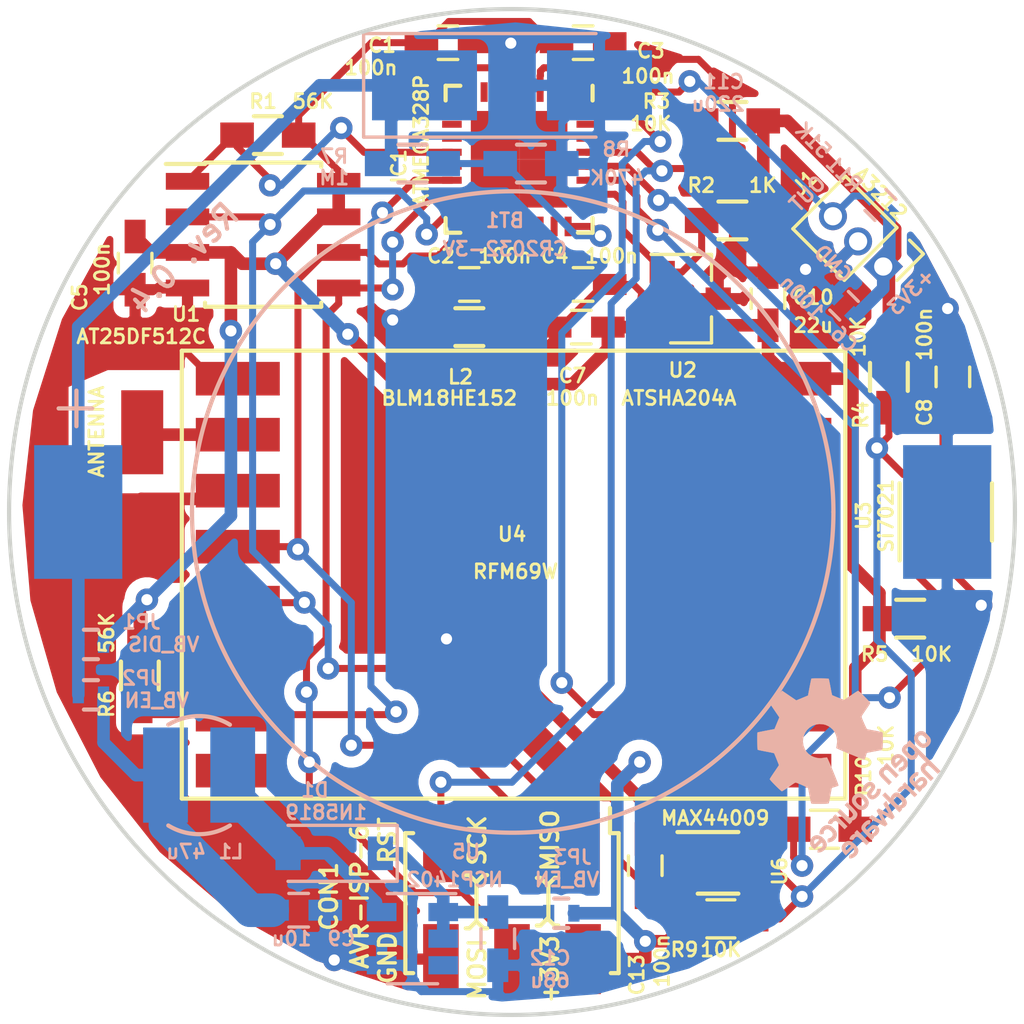
<source format=kicad_pcb>
(kicad_pcb (version 20170123) (host pcbnew no-vcs-found-f2763e9~58~ubuntu16.04.1)
  (layers (0 F.Cu signal) (31 B.Cu signal) (34 B.Paste user) (35 F.Paste user) (36 B.SilkS user) (37 F.SilkS user) (38 B.Mask user) (39 F.Mask user) (44 Edge.Cuts user))
  (net 0 "")
  (net 1 GND)
  (net 2 "Net-(C4-Pad2)")
  (net 3 /RST)
  (net 4 +3V3)
  (net 5 /MISO)
  (net 6 /SCK)
  (net 7 /MOSI)
  (net 8 /RFM69W_INT)
  (net 9 /RFM69W_SS)
  (net 10 "Net-(P1-Pad1)")
  (net 11 /ATSHA204A)
  (net 12 "Net-(D1-Pad2)")
  (net 13 /SPI_FLASH_SS)
  (net 14 "Net-(C2-Pad2)")
  (net 15 /V_BATT_MON)
  (net 16 "Net-(BT1-Pad1)")
  (net 17 /VB_IN)
  (net 18 "Net-(C12-Pad2)")
  (net 19 /SCL)
  (net 20 /SDA)
  (net 21 /A3212)
  (module Resistors_SMD:R_0402 (layer B.Cu) (at 130 75.9 135)
    (fp_text reference R11 (at 1.697056 -0.141421 135) (layer B.SilkS) (effects (font (size 0.5 0.5) (thickness 0.1)) (justify mirror)))
    (fp_text value 51K (at 3.323402 -0.070711 135) (layer B.SilkS) (effects (font (size 0.5 0.5) (thickness 0.1)) (justify mirror)))
    (pad 2 smd rect (at 0.45 0 135) (size 0.4 0.6) (layers B.Cu B.Paste B.Mask) (net 21 /A3212))
    (pad 1 smd rect (at -0.45 0 135) (size 0.4 0.6) (layers B.Cu B.Paste B.Mask) (net 4 +3V3))
  )
  (module Symbols:OSHW-Logo_5.7x6mm_SilkScreen (layer B.Cu) (at 128.4 95.6 225)
    (fp_text reference REF*** hide)
    (fp_text value OSHW-Logo_5.7x6mm_SilkScreen hide)
  )
  (module myfootprints:CR2032_BATT-HOLDER_SMT_H2 (layer B.Cu) (at 132.3848 86.868)
    (fp_text reference BT1 (at -15.7988 -10.414) (layer B.SilkS) (effects (font (size 0.5 0.5) (thickness 0.1)) (justify mirror)))
    (fp_text value CR2032-3V (at -15.7988 -9.398) (layer B.SilkS) (effects (font (size 0.5 0.5) (thickness 0.1)) (justify mirror)))
    (pad 1 smd rect (at -31.0388 0) (size 3.1496 4.7752) (layers B.Cu B.Paste B.Mask) (net 16 "Net-(BT1-Pad1)"))
    (pad 2 smd rect (at 0 0 180) (size 3.1496 4.7752) (layers B.Cu B.Paste B.Mask) (net 1 GND))
  )
  (module myfootprints:AVR_ISP_SMT_Small_02x03 (layer F.Cu) (at 116.84 100.838 180)
    (fp_text reference CON1 (at 6.54 0.238 270) (layer F.SilkS) (effects (font (size 0.6 0.6) (thickness 0.12))))
    (fp_text value AVR-ISP-6 (at 5.44 0.238 270) (layer F.SilkS) (effects (font (size 0.6 0.6) (thickness 0.12))))
    (pad 2 smd rect (at -2.54 -2 180) (size 1.27 2.5) (layers F.Cu F.Paste F.Mask) (net 4 +3V3))
    (pad 4 smd rect (at 0 -2 180) (size 1.27 2.5) (layers F.Cu F.Paste F.Mask) (net 7 /MOSI))
    (pad 6 smd rect (at 2.54 -2 180) (size 1.27 2.5) (layers F.Cu F.Paste F.Mask) (net 1 GND))
    (pad 5 smd rect (at 2.54 2 180) (size 1.27 2.5) (layers F.Cu F.Paste F.Mask) (net 3 /RST))
    (pad 3 smd rect (at 0 2 180) (size 1.27 2.5) (layers F.Cu F.Paste F.Mask) (net 6 /SCK))
    (pad 1 smd rect (at -2.5 2 180) (size 1.27 2.5) (layers F.Cu F.Paste F.Mask) (net 5 /MISO))
  )
  (module Capacitors_SMD:C_0603_HandSoldering (layer F.Cu) (at 114.554 70.104)
    (fp_text reference C1 (at -2.354 0.096) (layer F.SilkS) (effects (font (size 0.5 0.5) (thickness 0.1))))
    (fp_text value 100n (at -2.754 0.896) (layer F.SilkS) (effects (font (size 0.5 0.5) (thickness 0.1))))
    (pad 1 smd rect (at -0.95 0) (size 1.2 0.75) (layers F.Cu F.Paste F.Mask) (net 4 +3V3))
    (pad 2 smd rect (at 0.95 0) (size 1.2 0.75) (layers F.Cu F.Paste F.Mask) (net 1 GND))
  )
  (module Capacitors_SMD:C_0603_HandSoldering (layer F.Cu) (at 115.316 78.74)
    (fp_text reference C2 (at -1.016 -1.016 180) (layer F.SilkS) (effects (font (size 0.5 0.5) (thickness 0.1))))
    (fp_text value 100n (at 1.27 -1.016 180) (layer F.SilkS) (effects (font (size 0.5 0.5) (thickness 0.1))))
    (pad 2 smd rect (at 0.95 0) (size 1.2 0.75) (layers F.Cu F.Paste F.Mask) (net 14 "Net-(C2-Pad2)"))
    (pad 1 smd rect (at -0.95 0) (size 1.2 0.75) (layers F.Cu F.Paste F.Mask) (net 1 GND))
  )
  (module Capacitors_SMD:C_0603_HandSoldering (layer F.Cu) (at 119.38 70.104 180)
    (fp_text reference C3 (at -2.42 -0.296 180) (layer F.SilkS) (effects (font (size 0.5 0.5) (thickness 0.1))))
    (fp_text value 100n (at -2.32 -1.196 180) (layer F.SilkS) (effects (font (size 0.5 0.5) (thickness 0.1))))
    (pad 1 smd rect (at -0.95 0 180) (size 1.2 0.75) (layers F.Cu F.Paste F.Mask) (net 1 GND))
    (pad 2 smd rect (at 0.95 0 180) (size 1.2 0.75) (layers F.Cu F.Paste F.Mask) (net 4 +3V3))
  )
  (module Capacitors_SMD:C_0603_HandSoldering (layer F.Cu) (at 119.38 78.74 180)
    (fp_text reference C4 (at 1.016 1.016 180) (layer F.SilkS) (effects (font (size 0.5 0.5) (thickness 0.1))))
    (fp_text value 100n (at -1.016 1.016 180) (layer F.SilkS) (effects (font (size 0.5 0.5) (thickness 0.1))))
    (pad 1 smd rect (at -0.95 0 180) (size 1.2 0.75) (layers F.Cu F.Paste F.Mask) (net 1 GND))
    (pad 2 smd rect (at 0.95 0 180) (size 1.2 0.75) (layers F.Cu F.Paste F.Mask) (net 2 "Net-(C4-Pad2)"))
  )
  (module Capacitors_SMD:C_0603_HandSoldering (layer F.Cu) (at 103.378 77.978 90)
    (fp_text reference C5 (at -1.222 -1.978 90) (layer F.SilkS) (effects (font (size 0.5 0.5) (thickness 0.1))))
    (fp_text value 100n (at -0.222 -1.178 90) (layer F.SilkS) (effects (font (size 0.5 0.5) (thickness 0.1))))
    (pad 1 smd rect (at -0.95 0 90) (size 1.2 0.75) (layers F.Cu F.Paste F.Mask) (net 1 GND))
    (pad 2 smd rect (at 0.95 0 90) (size 1.2 0.75) (layers F.Cu F.Paste F.Mask) (net 4 +3V3))
  )
  (module Capacitors_SMD:C_0603_HandSoldering (layer F.Cu) (at 119.314 80.264 180)
    (fp_text reference C7 (at 0.314 -1.736 180) (layer F.SilkS) (effects (font (size 0.5 0.5) (thickness 0.1))))
    (fp_text value 100n (at 0.314 -2.536 180) (layer F.SilkS) (effects (font (size 0.5 0.5) (thickness 0.1))))
    (pad 2 smd rect (at 0.95 0 180) (size 1.2 0.75) (layers F.Cu F.Paste F.Mask) (net 1 GND))
    (pad 1 smd rect (at -0.95 0 180) (size 1.2 0.75) (layers F.Cu F.Paste F.Mask) (net 4 +3V3))
  )
  (module Capacitors_SMD:C_0603_HandSoldering (layer F.Cu) (at 132.588 82.042 90)
    (fp_text reference C8 (at -1.27 -1.016 90) (layer F.SilkS) (effects (font (size 0.5 0.5) (thickness 0.1))))
    (fp_text value 100n (at 1.524 -1.016 90) (layer F.SilkS) (effects (font (size 0.5 0.5) (thickness 0.1))))
    (pad 2 smd rect (at 0.95 0 90) (size 1.2 0.75) (layers F.Cu F.Paste F.Mask) (net 1 GND))
    (pad 1 smd rect (at -0.95 0 90) (size 1.2 0.75) (layers F.Cu F.Paste F.Mask) (net 4 +3V3))
  )
  (module Capacitors_SMD:C_0603_HandSoldering (layer B.Cu) (at 109.22 101.092 180)
    (fp_text reference C9 (at -1.524 -1.016 180) (layer B.SilkS) (effects (font (size 0.5 0.5) (thickness 0.1)) (justify mirror)))
    (fp_text value 10u (at 0.254 -1.016 180) (layer B.SilkS) (effects (font (size 0.5 0.5) (thickness 0.1)) (justify mirror)))
    (pad 2 smd rect (at 0.95 0 180) (size 1.2 0.75) (layers B.Cu B.Paste B.Mask) (net 17 /VB_IN))
    (pad 1 smd rect (at -0.95 0 180) (size 1.2 0.75) (layers B.Cu B.Paste B.Mask) (net 1 GND))
  )
  (module Capacitors_SMD:C_0603_HandSoldering (layer F.Cu) (at 125.984 79.248 90)
    (fp_text reference C10 (at 0.048 1.616 180) (layer F.SilkS) (effects (font (size 0.5 0.5) (thickness 0.1))))
    (fp_text value 22u (at -0.952 1.616 180) (layer F.SilkS) (effects (font (size 0.5 0.5) (thickness 0.1))))
    (pad 1 smd rect (at -0.95 0 90) (size 1.2 0.75) (layers F.Cu F.Paste F.Mask) (net 4 +3V3))
    (pad 2 smd rect (at 0.95 0 90) (size 1.2 0.75) (layers F.Cu F.Paste F.Mask) (net 1 GND))
  )
  (module Capacitors_Tantalum_SMD:CP_Tantalum_Case-C_EIA-6032-28_Hand (layer B.Cu) (at 116.84 71.628)
    (fp_text reference C11 (at 7.56 -0.128) (layer B.SilkS) (effects (font (size 0.5 0.5) (thickness 0.1)) (justify mirror)))
    (fp_text value 220u (at 7.36 0.672 180) (layer B.SilkS) (effects (font (size 0.5 0.5) (thickness 0.1)) (justify mirror)))
    (pad 2 smd rect (at 3.125 0) (size 3.75 2.5) (layers B.Cu B.Paste B.Mask) (net 1 GND))
    (pad 1 smd rect (at -3.125 0) (size 3.75 2.5) (layers B.Cu B.Paste B.Mask) (net 16 "Net-(BT1-Pad1)"))
  )
  (module Capacitors_SMD:C_0603_HandSoldering (layer B.Cu) (at 116.332 102.108 90)
    (fp_text reference C12 (at -0.692 1.868 180) (layer B.SilkS) (effects (font (size 0.5 0.5) (thickness 0.1)) (justify mirror)))
    (fp_text value 68u (at -1.492 1.868 180) (layer B.SilkS) (effects (font (size 0.5 0.5) (thickness 0.1)) (justify mirror)))
    (pad 2 smd rect (at 0.95 0 90) (size 1.2 0.75) (layers B.Cu B.Paste B.Mask) (net 18 "Net-(C12-Pad2)"))
    (pad 1 smd rect (at -0.95 0 90) (size 1.2 0.75) (layers B.Cu B.Paste B.Mask) (net 1 GND))
  )
  (module Diodes_SMD:D_SOD-123 (layer B.Cu) (at 110.49 99.06 180)
    (fp_text reference D1 (at 0.69 2.26 180) (layer B.SilkS) (effects (font (size 0.5 0.5) (thickness 0.1)) (justify mirror)))
    (fp_text value 1N5819 (at 0.29 1.46 180) (layer B.SilkS) (effects (font (size 0.5 0.5) (thickness 0.1)) (justify mirror)))
    (pad 2 smd rect (at 1.65 0 180) (size 0.9 1.2) (layers B.Cu B.Paste B.Mask) (net 12 "Net-(D1-Pad2)"))
    (pad 1 smd rect (at -1.65 0 180) (size 0.9 1.2) (layers B.Cu B.Paste B.Mask) (net 18 "Net-(C12-Pad2)"))
  )
  (module Housings_DFN_QFN:QFN-32-1EP_5x5mm_Pitch0.5mm (layer F.Cu) (at 117.094 74.2685 270)
    (fp_text reference IC1 (at 0.254 4.294 270) (layer F.SilkS) (effects (font (size 0.5 0.5) (thickness 0.1))))
    (fp_text value ATMEGA328P (at -0.6685 3.494 270) (layer F.SilkS) (effects (font (size 0.5 0.5) (thickness 0.1))))
    (pad 33 smd rect (at -0.8625 -0.8625 270) (size 1.725 1.725) (layers F.Cu F.Paste F.Mask))
    (pad 33 smd rect (at -0.8625 0.8625 270) (size 1.725 1.725) (layers F.Cu F.Paste F.Mask))
    (pad 33 smd rect (at 0.8625 -0.8625 270) (size 1.725 1.725) (layers F.Cu F.Paste F.Mask))
    (pad 33 smd rect (at 0.8625 0.8625 270) (size 1.725 1.725) (layers F.Cu F.Paste F.Mask))
    (pad 32 smd rect (at -1.75 -2.4) (size 0.7 0.25) (layers F.Cu F.Paste F.Mask) (net 8 /RFM69W_INT))
    (pad 31 smd rect (at -1.25 -2.4) (size 0.7 0.25) (layers F.Cu F.Paste F.Mask))
    (pad 30 smd rect (at -0.75 -2.4) (size 0.7 0.25) (layers F.Cu F.Paste F.Mask))
    (pad 29 smd rect (at -0.25 -2.4) (size 0.7 0.25) (layers F.Cu F.Paste F.Mask) (net 3 /RST))
    (pad 28 smd rect (at 0.25 -2.4) (size 0.7 0.25) (layers F.Cu F.Paste F.Mask) (net 19 /SCL))
    (pad 27 smd rect (at 0.75 -2.4) (size 0.7 0.25) (layers F.Cu F.Paste F.Mask) (net 20 /SDA))
    (pad 26 smd rect (at 1.25 -2.4) (size 0.7 0.25) (layers F.Cu F.Paste F.Mask) (net 11 /ATSHA204A))
    (pad 25 smd rect (at 1.75 -2.4) (size 0.7 0.25) (layers F.Cu F.Paste F.Mask))
    (pad 24 smd rect (at 2.4 -1.75 270) (size 0.7 0.25) (layers F.Cu F.Paste F.Mask) (net 15 /V_BATT_MON))
    (pad 23 smd rect (at 2.4 -1.25 270) (size 0.7 0.25) (layers F.Cu F.Paste F.Mask))
    (pad 22 smd rect (at 2.4 -0.75 270) (size 0.7 0.25) (layers F.Cu F.Paste F.Mask))
    (pad 21 smd rect (at 2.4 -0.25 270) (size 0.7 0.25) (layers F.Cu F.Paste F.Mask) (net 1 GND))
    (pad 20 smd rect (at 2.4 0.25 270) (size 0.7 0.25) (layers F.Cu F.Paste F.Mask) (net 2 "Net-(C4-Pad2)"))
    (pad 19 smd rect (at 2.4 0.75 270) (size 0.7 0.25) (layers F.Cu F.Paste F.Mask))
    (pad 18 smd rect (at 2.4 1.25 270) (size 0.7 0.25) (layers F.Cu F.Paste F.Mask) (net 14 "Net-(C2-Pad2)"))
    (pad 17 smd rect (at 2.4 1.75 270) (size 0.7 0.25) (layers F.Cu F.Paste F.Mask) (net 6 /SCK))
    (pad 16 smd rect (at 1.75 2.4) (size 0.7 0.25) (layers F.Cu F.Paste F.Mask) (net 5 /MISO))
    (pad 15 smd rect (at 1.25 2.4) (size 0.7 0.25) (layers F.Cu F.Paste F.Mask) (net 7 /MOSI))
    (pad 14 smd rect (at 0.75 2.4) (size 0.7 0.25) (layers F.Cu F.Paste F.Mask) (net 9 /RFM69W_SS))
    (pad 13 smd rect (at 0.25 2.4) (size 0.7 0.25) (layers F.Cu F.Paste F.Mask))
    (pad 12 smd rect (at -0.25 2.4) (size 0.7 0.25) (layers F.Cu F.Paste F.Mask) (net 13 /SPI_FLASH_SS))
    (pad 11 smd rect (at -0.75 2.4) (size 0.7 0.25) (layers F.Cu F.Paste F.Mask))
    (pad 10 smd rect (at -1.25 2.4) (size 0.7 0.25) (layers F.Cu F.Paste F.Mask))
    (pad 9 smd rect (at -1.75 2.4) (size 0.7 0.25) (layers F.Cu F.Paste F.Mask))
    (pad 8 smd rect (at -2.4 1.75 270) (size 0.7 0.25) (layers F.Cu F.Paste F.Mask))
    (pad 7 smd rect (at -2.4 1.25 270) (size 0.7 0.25) (layers F.Cu F.Paste F.Mask))
    (pad 6 smd rect (at -2.4 0.75 270) (size 0.7 0.25) (layers F.Cu F.Paste F.Mask) (net 4 +3V3))
    (pad 5 smd rect (at -2.4 0.25 270) (size 0.7 0.25) (layers F.Cu F.Paste F.Mask) (net 1 GND))
    (pad 4 smd rect (at -2.4 -0.25 270) (size 0.7 0.25) (layers F.Cu F.Paste F.Mask) (net 4 +3V3))
    (pad 3 smd rect (at -2.4 -0.75 270) (size 0.7 0.25) (layers F.Cu F.Paste F.Mask) (net 1 GND))
    (pad 2 smd rect (at -2.4 -1.25 270) (size 0.7 0.25) (layers F.Cu F.Paste F.Mask))
    (pad 1 smd rect (at -2.4 -1.75 270) (size 0.7 0.25) (layers F.Cu F.Paste F.Mask) (net 21 /A3212))
  )
  (module myfootprints:SDR0302 (layer B.Cu) (at 105.664 96.266)
    (fp_text reference L1 (at 1.136 2.734 180) (layer B.SilkS) (effects (font (size 0.5 0.5) (thickness 0.1)) (justify mirror)))
    (fp_text value 47u (at -0.464 2.734 180) (layer B.SilkS) (effects (font (size 0.5 0.5) (thickness 0.1)) (justify mirror)))
    (pad 2 smd rect (at 1.2 0) (size 1.6 3.4) (layers B.Cu B.Paste B.Mask) (net 12 "Net-(D1-Pad2)"))
    (pad 1 smd rect (at -1.2 0) (size 1.6 3.4) (layers B.Cu B.Paste B.Mask) (net 17 /VB_IN))
  )
  (module myfootprints:1pin_smd_2mm (layer F.Cu) (at 103.732 83.92 90)
    (fp_text reference P1 hide)
    (fp_text value ANTENNA (at -0.08 -1.732 90) (layer F.SilkS) (effects (font (size 0.5 0.5) (thickness 0.1))))
    (pad 1 smd rect (at -0.1 -0.1 90) (size 3 1.5) (layers F.Cu F.Paste F.Mask) (net 10 "Net-(P1-Pad1)"))
  )
  (module Resistors_SMD:R_0603_HandSoldering (layer F.Cu) (at 108.12 73.406)
    (fp_text reference R1 (at -0.17 -1.206) (layer F.SilkS) (effects (font (size 0.5 0.5) (thickness 0.1))))
    (fp_text value 56K (at 1.608 -1.206) (layer F.SilkS) (effects (font (size 0.5 0.5) (thickness 0.1))))
    (pad 1 smd rect (at -1.1 0) (size 1.2 0.9) (layers F.Cu F.Paste F.Mask) (net 13 /SPI_FLASH_SS))
    (pad 2 smd rect (at 1.1 0) (size 1.2 0.9) (layers F.Cu F.Paste F.Mask) (net 4 +3V3))
  )
  (module Resistors_SMD:R_0603_HandSoldering (layer F.Cu) (at 124.714 76.454)
    (fp_text reference R2 (at -1.114 -1.254) (layer F.SilkS) (effects (font (size 0.5 0.5) (thickness 0.1))))
    (fp_text value 1K (at 1.086 -1.254) (layer F.SilkS) (effects (font (size 0.5 0.5) (thickness 0.1))))
    (pad 1 smd rect (at -1.1 0) (size 1.2 0.9) (layers F.Cu F.Paste F.Mask) (net 11 /ATSHA204A))
    (pad 2 smd rect (at 1.1 0) (size 1.2 0.9) (layers F.Cu F.Paste F.Mask) (net 4 +3V3))
  )
  (module Resistors_SMD:R_0603_HandSoldering (layer F.Cu) (at 124.714 72.898 180)
    (fp_text reference R3 (at 2.714 0.698 180) (layer F.SilkS) (effects (font (size 0.5 0.5) (thickness 0.1))))
    (fp_text value 10K (at 2.914 -0.102 180) (layer F.SilkS) (effects (font (size 0.5 0.5) (thickness 0.1))))
    (pad 2 smd rect (at 1.1 0 180) (size 1.2 0.9) (layers F.Cu F.Paste F.Mask) (net 3 /RST))
    (pad 1 smd rect (at -1.1 0 180) (size 1.2 0.9) (layers F.Cu F.Paste F.Mask) (net 4 +3V3))
  )
  (module Resistors_SMD:R_0603_HandSoldering (layer F.Cu) (at 130.302 82.042 90)
    (fp_text reference R4 (at -1.358 -1.002 90) (layer F.SilkS) (effects (font (size 0.5 0.5) (thickness 0.1))))
    (fp_text value 10K (at 1.442 -1.102 90) (layer F.SilkS) (effects (font (size 0.5 0.5) (thickness 0.1))))
    (pad 2 smd rect (at 1.1 0 90) (size 1.2 0.9) (layers F.Cu F.Paste F.Mask) (net 4 +3V3))
    (pad 1 smd rect (at -1.1 0 90) (size 1.2 0.9) (layers F.Cu F.Paste F.Mask) (net 19 /SCL))
  )
  (module Resistors_SMD:R_0603_HandSoldering (layer F.Cu) (at 131.064 90.678 180)
    (fp_text reference R5 (at 1.27 -1.27 180) (layer F.SilkS) (effects (font (size 0.5 0.5) (thickness 0.1))))
    (fp_text value 10K (at -0.762 -1.27 180) (layer F.SilkS) (effects (font (size 0.5 0.5) (thickness 0.1))))
    (pad 1 smd rect (at -1.1 0 180) (size 1.2 0.9) (layers F.Cu F.Paste F.Mask) (net 20 /SDA))
    (pad 2 smd rect (at 1.1 0 180) (size 1.2 0.9) (layers F.Cu F.Paste F.Mask) (net 4 +3V3))
  )
  (module Resistors_SMD:R_0603_HandSoldering (layer F.Cu) (at 103.548 92.71 90)
    (fp_text reference R6 (at -1.016 -1.186 90) (layer F.SilkS) (effects (font (size 0.5 0.5) (thickness 0.1))))
    (fp_text value 56K (at 1.524 -1.186 90) (layer F.SilkS) (effects (font (size 0.5 0.5) (thickness 0.1))))
    (pad 2 smd rect (at 1.1 0 90) (size 1.2 0.9) (layers F.Cu F.Paste F.Mask) (net 4 +3V3))
    (pad 1 smd rect (at -1.1 0 90) (size 1.2 0.9) (layers F.Cu F.Paste F.Mask) (net 9 /RFM69W_SS))
  )
  (module Housings_SOIC:SOIC-8_3.9x4.9mm_Pitch1.27mm (layer F.Cu) (at 107.95 76.962)
    (fp_text reference U1 (at -2.75 2.838 180) (layer F.SilkS) (effects (font (size 0.5 0.5) (thickness 0.1))))
    (fp_text value AT25DF512C (at -4.35 3.638 180) (layer F.SilkS) (effects (font (size 0.5 0.5) (thickness 0.1))))
    (pad 8 smd rect (at 2.7 -1.905) (size 1.55 0.6) (layers F.Cu F.Paste F.Mask) (net 4 +3V3))
    (pad 7 smd rect (at 2.7 -0.635) (size 1.55 0.6) (layers F.Cu F.Paste F.Mask) (net 4 +3V3))
    (pad 6 smd rect (at 2.7 0.635) (size 1.55 0.6) (layers F.Cu F.Paste F.Mask) (net 6 /SCK))
    (pad 5 smd rect (at 2.7 1.905) (size 1.55 0.6) (layers F.Cu F.Paste F.Mask) (net 7 /MOSI))
    (pad 4 smd rect (at -2.7 1.905) (size 1.55 0.6) (layers F.Cu F.Paste F.Mask) (net 1 GND))
    (pad 3 smd rect (at -2.7 0.635) (size 1.55 0.6) (layers F.Cu F.Paste F.Mask) (net 4 +3V3))
    (pad 2 smd rect (at -2.7 -0.635) (size 1.55 0.6) (layers F.Cu F.Paste F.Mask) (net 5 /MISO))
    (pad 1 smd rect (at -2.7 -1.905) (size 1.55 0.6) (layers F.Cu F.Paste F.Mask) (net 13 /SPI_FLASH_SS))
  )
  (module TO_SOT_Packages_SMD:SOT-23 (layer F.Cu) (at 123.206 79.248)
    (fp_text reference U2 (at -0.27 2.552 180) (layer F.SilkS) (effects (font (size 0.5 0.5) (thickness 0.1))))
    (fp_text value ATSHA204A (at -0.406 3.552) (layer F.SilkS) (effects (font (size 0.5 0.5) (thickness 0.1))))
    (pad 3 smd rect (at 1 0) (size 0.9 0.8) (layers F.Cu F.Paste F.Mask) (net 1 GND))
    (pad 2 smd rect (at -1 0.95) (size 0.9 0.8) (layers F.Cu F.Paste F.Mask) (net 4 +3V3))
    (pad 1 smd rect (at -1 -0.95) (size 0.9 0.8) (layers F.Cu F.Paste F.Mask) (net 11 /ATSHA204A))
  )
  (module Housings_DFN_QFN:DFN-6-1EP_3x3mm_Pitch0.95mm (layer F.Cu) (at 132.334 86.868 90)
    (fp_text reference U3 (at -0.132 -2.934 90) (layer F.SilkS) (effects (font (size 0.5 0.5) (thickness 0.1))))
    (fp_text value Si7021 (at -0.132 -2.134 90) (layer F.SilkS) (effects (font (size 0.5 0.5) (thickness 0.1))))
    (pad 7 smd rect (at -0.425 -0.65 90) (size 0.85 1.3) (layers F.Cu F.Paste F.Mask))
    (pad 7 smd rect (at -0.425 0.65 90) (size 0.85 1.3) (layers F.Cu F.Paste F.Mask))
    (pad 7 smd rect (at 0.425 -0.65 90) (size 0.85 1.3) (layers F.Cu F.Paste F.Mask))
    (pad 7 smd rect (at 0.425 0.65 90) (size 0.85 1.3) (layers F.Cu F.Paste F.Mask))
    (pad 6 smd rect (at 1.34 -0.95 90) (size 0.63 0.45) (layers F.Cu F.Paste F.Mask) (net 19 /SCL))
    (pad 5 smd rect (at 1.34 0 90) (size 0.63 0.45) (layers F.Cu F.Paste F.Mask) (net 4 +3V3))
    (pad 4 smd rect (at 1.34 0.95 90) (size 0.63 0.45) (layers F.Cu F.Paste F.Mask))
    (pad 3 smd rect (at -1.34 0.95 90) (size 0.63 0.45) (layers F.Cu F.Paste F.Mask))
    (pad 2 smd rect (at -1.34 0 90) (size 0.63 0.45) (layers F.Cu F.Paste F.Mask) (net 1 GND))
    (pad 1 smd rect (at -1.34 -0.95 90) (size 0.63 0.45) (layers F.Cu F.Paste F.Mask) (net 20 /SDA))
  )
  (module mysensors_radios:RFM69HW_SMD_Handsoldering (layer F.Cu) (at 125.346 96.106 180)
    (fp_text reference U4 (at 8.506 8.444 180) (layer F.SilkS) (effects (font (size 0.5 0.5) (thickness 0.1))))
    (fp_text value RFM69W (at 8.382 7.112 180) (layer F.SilkS) (effects (font (size 0.5 0.5) (thickness 0.1))))
    (pad 16 smd rect (at 18.3 0 180) (size 3 1.2) (layers F.Cu F.Paste F.Mask))
    (pad 15 smd rect (at 18.3 2 180) (size 3 1.2) (layers F.Cu F.Paste F.Mask) (net 9 /RFM69W_SS))
    (pad 14 smd rect (at 18.3 4 180) (size 3 1.2) (layers F.Cu F.Paste F.Mask) (net 7 /MOSI))
    (pad 13 smd rect (at 18.3 6 180) (size 3 1.2) (layers F.Cu F.Paste F.Mask) (net 5 /MISO))
    (pad 12 smd rect (at 18.3 8 180) (size 3 1.2) (layers F.Cu F.Paste F.Mask) (net 6 /SCK))
    (pad 11 smd rect (at 18.3 10 180) (size 3 1.2) (layers F.Cu F.Paste F.Mask) (net 1 GND))
    (pad 10 smd rect (at 18.3 12 180) (size 3 1.2) (layers F.Cu F.Paste F.Mask) (net 10 "Net-(P1-Pad1)"))
    (pad 9 smd rect (at 18.3 14 180) (size 3 1.2) (layers F.Cu F.Paste F.Mask) (net 1 GND))
    (pad 8 smd rect (at -1.4 14 180) (size 3 1.2) (layers F.Cu F.Paste F.Mask) (net 4 +3V3))
    (pad 7 smd rect (at -1.4 12 180) (size 3 1.2) (layers F.Cu F.Paste F.Mask))
    (pad 6 smd rect (at -1.4 10 180) (size 3 1.2) (layers F.Cu F.Paste F.Mask))
    (pad 5 smd rect (at -1.4 8 180) (size 3 1.2) (layers F.Cu F.Paste F.Mask))
    (pad 4 smd rect (at -1.4 6 180) (size 3 1.2) (layers F.Cu F.Paste F.Mask))
    (pad 3 smd rect (at -1.4 4 180) (size 3 1.2) (layers F.Cu F.Paste F.Mask))
    (pad 2 smd rect (at -1.4 2 180) (size 3 1.2) (layers F.Cu F.Paste F.Mask) (net 8 /RFM69W_INT))
    (pad 1 smd rect (at -1.4 0 180) (size 3 1.2) (layers F.Cu F.Paste F.Mask))
  )
  (module TO_SOT_Packages_SMD:SOT-23-5 (layer B.Cu) (at 113.284 102.108 180)
    (fp_text reference U5 (at -1.916 3.108 180) (layer B.SilkS) (effects (font (size 0.5 0.5) (thickness 0.1)) (justify mirror)))
    (fp_text value NCP1402 (at -1.516 2.108 180) (layer B.SilkS) (effects (font (size 0.5 0.5) (thickness 0.1)) (justify mirror)))
    (pad 5 smd rect (at 1.1 0.95 180) (size 1.06 0.65) (layers B.Cu B.Paste B.Mask) (net 12 "Net-(D1-Pad2)"))
    (pad 4 smd rect (at 1.1 -0.95 180) (size 1.06 0.65) (layers B.Cu B.Paste B.Mask) (net 1 GND))
    (pad 3 smd rect (at -1.1 -0.95 180) (size 1.06 0.65) (layers B.Cu B.Paste B.Mask))
    (pad 2 smd rect (at -1.1 0 180) (size 1.06 0.65) (layers B.Cu B.Paste B.Mask) (net 18 "Net-(C12-Pad2)"))
    (pad 1 smd rect (at -1.1 0.95 180) (size 1.06 0.65) (layers B.Cu B.Paste B.Mask) (net 18 "Net-(C12-Pad2)"))
  )
  (module Resistors_SMD:R_0603_HandSoldering (layer F.Cu) (at 115.316 80.264 180)
    (fp_text reference L2 (at 0.316 -1.778 180) (layer F.SilkS) (effects (font (size 0.5 0.5) (thickness 0.1))))
    (fp_text value BLM18HE152 (at 0.716 -2.536 180) (layer F.SilkS) (effects (font (size 0.5 0.5) (thickness 0.1))))
    (pad 1 smd rect (at -1.1 0 180) (size 1.2 0.9) (layers F.Cu F.Paste F.Mask) (net 14 "Net-(C2-Pad2)"))
    (pad 2 smd rect (at 1.1 0 180) (size 1.2 0.9) (layers F.Cu F.Paste F.Mask) (net 4 +3V3))
  )
  (module Resistors_SMD:R_0603_HandSoldering (layer B.Cu) (at 113.284 74.422 180)
    (fp_text reference R7 (at 2.794 0.254 180) (layer B.SilkS) (effects (font (size 0.5 0.5) (thickness 0.1)) (justify mirror)))
    (fp_text value 1M (at 2.794 -0.508 180) (layer B.SilkS) (effects (font (size 0.5 0.5) (thickness 0.1)) (justify mirror)))
    (pad 2 smd rect (at 1.1 0 180) (size 1.2 0.9) (layers B.Cu B.Paste B.Mask) (net 16 "Net-(BT1-Pad1)"))
    (pad 1 smd rect (at -1.1 0 180) (size 1.2 0.9) (layers B.Cu B.Paste B.Mask) (net 15 /V_BATT_MON))
  )
  (module Resistors_SMD:R_0603_HandSoldering (layer B.Cu) (at 117.518 74.422 180)
    (fp_text reference R8 (at -3.048 0.508 180) (layer B.SilkS) (effects (font (size 0.5 0.5) (thickness 0.1)) (justify mirror)))
    (fp_text value 470K (at -3.082 -0.508 180) (layer B.SilkS) (effects (font (size 0.5 0.5) (thickness 0.1)) (justify mirror)))
    (pad 2 smd rect (at 1.1 0 180) (size 1.2 0.9) (layers B.Cu B.Paste B.Mask) (net 15 /V_BATT_MON))
    (pad 1 smd rect (at -1.1 0 180) (size 1.2 0.9) (layers B.Cu B.Paste B.Mask) (net 1 GND))
  )
  (module Resistors_SMD:R_0402 (layer B.Cu) (at 101.8 93.4 180)
    (fp_text reference JP1 (at -1.8 2.6 180) (layer B.SilkS) (effects (font (size 0.5 0.5) (thickness 0.1)) (justify mirror)))
    (fp_text value VB_EN (at -2.35 -0.2 180) (layer B.SilkS) (effects (font (size 0.5 0.5) (thickness 0.1)) (justify mirror)))
    (pad 1 smd rect (at -0.45 0 180) (size 0.4 0.6) (layers B.Cu B.Paste B.Mask) (net 17 /VB_IN))
    (pad 2 smd rect (at 0.45 0 180) (size 0.4 0.6) (layers B.Cu B.Paste B.Mask) (net 16 "Net-(BT1-Pad1)"))
  )
  (module Resistors_SMD:R_0402 (layer B.Cu) (at 101.8 91.6)
    (fp_text reference JP2 (at 1.8 1.2) (layer B.SilkS) (effects (font (size 0.5 0.5) (thickness 0.1)) (justify mirror)))
    (fp_text value VB_DIS (at 2.6 0) (layer B.SilkS) (effects (font (size 0.5 0.5) (thickness 0.1)) (justify mirror)))
    (pad 2 smd rect (at 0.45 0) (size 0.4 0.6) (layers B.Cu B.Paste B.Mask) (net 4 +3V3))
    (pad 1 smd rect (at -0.45 0) (size 0.4 0.6) (layers B.Cu B.Paste B.Mask) (net 16 "Net-(BT1-Pad1)"))
  )
  (module Resistors_SMD:R_0402 (layer B.Cu) (at 118.6 101.2)
    (fp_text reference JP3 (at 0.4 -2) (layer B.SilkS) (effects (font (size 0.5 0.5) (thickness 0.1)) (justify mirror)))
    (fp_text value VB_EN (at 0.2 -1.2 180) (layer B.SilkS) (effects (font (size 0.5 0.5) (thickness 0.1)) (justify mirror)))
    (pad 2 smd rect (at 0.45 0) (size 0.4 0.6) (layers B.Cu B.Paste B.Mask) (net 4 +3V3))
    (pad 1 smd rect (at -0.45 0) (size 0.4 0.6) (layers B.Cu B.Paste B.Mask) (net 18 "Net-(C12-Pad2)"))
  )
  (module Capacitors_SMD:C_0603_HandSoldering (layer F.Cu) (at 121.6 99.5 270)
    (fp_text reference C13 (at 3.9 0.3 270) (layer F.SilkS) (effects (font (size 0.5 0.5) (thickness 0.1))))
    (fp_text value 100n (at 3.4 -0.6 270) (layer F.SilkS) (effects (font (size 0.5 0.5) (thickness 0.1))))
    (pad 2 smd rect (at 0.95 0 270) (size 1.2 0.75) (layers F.Cu F.Paste F.Mask) (net 1 GND))
    (pad 1 smd rect (at -0.95 0 270) (size 1.2 0.75) (layers F.Cu F.Paste F.Mask) (net 4 +3V3))
  )
  (module Resistors_SMD:R_0603_HandSoldering (layer F.Cu) (at 124.3 101.4 180)
    (fp_text reference R9 (at 1.3 -1.1) (layer F.SilkS) (effects (font (size 0.5 0.5) (thickness 0.1))))
    (fp_text value 10K (at 0 -1.1) (layer F.SilkS) (effects (font (size 0.5 0.5) (thickness 0.1))))
    (pad 1 smd rect (at -1.1 0 180) (size 1.2 0.9) (layers F.Cu F.Paste F.Mask) (net 19 /SCL))
    (pad 2 smd rect (at 1.1 0 180) (size 1.2 0.9) (layers F.Cu F.Paste F.Mask) (net 4 +3V3))
  )
  (module Resistors_SMD:R_0603_HandSoldering (layer F.Cu) (at 128 98.2)
    (fp_text reference R10 (at 1.4 -1.9 90) (layer F.SilkS) (effects (font (size 0.5 0.5) (thickness 0.1))))
    (fp_text value 10K (at 2.2 -3 90) (layer F.SilkS) (effects (font (size 0.5 0.5) (thickness 0.1))))
    (pad 2 smd rect (at 1.1 0) (size 1.2 0.9) (layers F.Cu F.Paste F.Mask) (net 4 +3V3))
    (pad 1 smd rect (at -1.1 0) (size 1.2 0.9) (layers F.Cu F.Paste F.Mask) (net 20 /SDA))
  )
  (module Housings_DFN_QFN:DFN-6-1EP_2x2mm_Pitch0.65mm (layer F.Cu) (at 124.2 99.4)
    (fp_text reference U6 (at 2.2 0.3 90) (layer F.SilkS) (effects (font (size 0.5 0.5) (thickness 0.1))))
    (fp_text value MAX44009 (at -0.1 -1.6) (layer F.SilkS) (effects (font (size 0.5 0.5) (thickness 0.1))))
    (pad 7 smd rect (at 0 -0.4) (size 1 0.8) (layers F.Cu F.Paste F.Mask))
    (pad 7 smd rect (at 0 0.4) (size 1 0.8) (layers F.Cu F.Paste F.Mask))
    (pad 6 smd rect (at 1.05 -0.65) (size 0.65 0.35) (layers F.Cu F.Paste F.Mask) (net 20 /SDA))
    (pad 5 smd rect (at 1.05 0) (size 0.65 0.35) (layers F.Cu F.Paste F.Mask) (net 19 /SCL))
    (pad 4 smd rect (at 1.05 0.65) (size 0.65 0.35) (layers F.Cu F.Paste F.Mask))
    (pad 3 smd rect (at -1.05 0.65) (size 0.65 0.35) (layers F.Cu F.Paste F.Mask) (net 1 GND))
    (pad 2 smd rect (at -1.05 0) (size 0.65 0.35) (layers F.Cu F.Paste F.Mask) (net 1 GND))
    (pad 1 smd rect (at -1.05 -0.65) (size 0.65 0.35) (layers F.Cu F.Paste F.Mask) (net 4 +3V3))
  )
  (module Capacitors_SMD:C_0402 (layer B.Cu) (at 128.7 79.5 315)
    (fp_text reference C6 (at 0.848528 0.848528 315) (layer B.SilkS) (effects (font (size 0.5 0.5) (thickness 0.1)) (justify mirror)))
    (fp_text value 100n (at -1.272792 0.848528 315) (layer B.SilkS) (effects (font (size 0.5 0.5) (thickness 0.1)) (justify mirror)))
    (pad 2 smd rect (at 0.55 0 315) (size 0.6 0.5) (layers B.Cu B.Paste B.Mask) (net 4 +3V3))
    (pad 1 smd rect (at -0.55 0 315) (size 0.6 0.5) (layers B.Cu B.Paste B.Mask) (net 1 GND))
  )
  (module Pin_Headers:Pin_Header_Straight_1x03_Pitch1.27mm (layer F.Cu) (at 130.1 78.1 225)
    (fp_text reference J1 (at -0.141421 4.101219 225) (layer F.SilkS) (effects (font (size 0.5 0.5) (thickness 0.1))))
    (fp_text value A3212 (at -1.767767 1.909188 315) (layer F.SilkS) (effects (font (size 0.5 0.5) (thickness 0.1))))
    (pad 3 thru_hole oval (at 0 2.54 225) (size 1 1) (drill 0.65) (layers *.Cu *.Mask) (net 21 /A3212))
    (pad 2 thru_hole oval (at 0 1.27 225) (size 1 1) (drill 0.65) (layers *.Cu *.Mask) (net 1 GND))
    (pad 1 thru_hole rect (at 0 0 225) (size 1 1) (drill 0.65) (layers *.Cu *.Mask) (net 4 +3V3))
  )
  (gr_text OUT (at 127.4 75.5 45) (layer B.SilkS) (effects (font (size 0.5 0.5) (thickness 0.1)) (justify mirror)))
  (gr_text GND (at 128.3 78 315) (layer B.SilkS) (effects (font (size 0.5 0.5) (thickness 0.1)) (justify mirror)))
  (gr_text +3V3 (at 131.1 79 45) (layer B.SilkS) (effects (font (size 0.5 0.5) (thickness 0.1)) (justify mirror)))
  (gr_text "Rev. 0.4" (at 105.1 77.8 45) (layer B.SilkS) (effects (font (size 0.8 0.8)) (justify mirror)))
  (gr_text SCK (at 115.6 98.6 90) (layer F.SilkS) (effects (font (size 0.6 0.6) (thickness 0.12))))
  (gr_text MISO (at 118.2 98.6 90) (layer F.SilkS) (effects (font (size 0.6 0.6) (thickness 0.12))))
  (gr_text +3V3 (at 118.2 103.2 90) (layer F.SilkS) (effects (font (size 0.6 0.6) (thickness 0.12))))
  (gr_text MOSI (at 115.6 103.2 90) (layer F.SilkS) (effects (font (size 0.6 0.6) (thickness 0.12))))
  (gr_text GND (at 112.4 102.8 90) (layer F.SilkS) (effects (font (size 0.6 0.6) (thickness 0.12))))
  (gr_text RST (at 112.4 98.6 90) (layer F.SilkS) (effects (font (size 0.6 0.6) (thickness 0.12))))
  (gr_circle (center 116.84 86.868) (end 131.826 96.774) (layer Edge.Cuts) (width 0.15))
  (segment (start 132.4 79.6) (end 130.9 81.1) (width 0.25) (layer B.Cu) (net 1))
  (segment (start 130.9 81.1) (end 129 81.1) (width 0.25) (layer B.Cu) (net 1))
  (segment (start 129 81.1) (end 127.9 80) (width 0.25) (layer B.Cu) (net 1))
  (segment (start 127.9 80) (end 127.9 79.522182) (width 0.25) (layer B.Cu) (net 1))
  (segment (start 127.9 79.522182) (end 128.311091 79.111091) (width 0.25) (layer B.Cu) (net 1))
  (segment (start 128.311091 79.111091) (end 128.236081 79.111091) (width 0.25) (layer B.Cu) (net 1))
  (segment (start 128.236081 79.111091) (end 127.32499 78.2) (width 0.25) (layer B.Cu) (net 1))
  (segment (start 120.33 70.104) (end 120.926 70.7) (width 0.25) (layer F.Cu) (net 1))
  (segment (start 120.926 70.7) (end 123.5 70.7) (width 0.25) (layer F.Cu) (net 1))
  (segment (start 123.5 70.7) (end 124.714 71.914) (width 0.25) (layer F.Cu) (net 1))
  (segment (start 124.714 71.914) (end 124.714 74.686) (width 0.25) (layer F.Cu) (net 1))
  (segment (start 124.714 74.686) (end 124.7 74.7) (width 0.25) (layer F.Cu) (net 1))
  (segment (start 124.7 74.7) (end 124.714 74.714) (width 0.25) (layer F.Cu) (net 1))
  (segment (start 124.714 74.714) (end 124.714 78.298) (width 0.25) (layer F.Cu) (net 1))
  (segment (start 125.984 78.298) (end 127.22699 78.298) (width 0.25) (layer F.Cu) (net 1))
  (segment (start 127.22699 78.298) (end 127.32499 78.2) (width 0.25) (layer F.Cu) (net 1))
  (segment (start 127.32499 76.86299) (end 127.32499 78.2) (width 0.25) (layer B.Cu) (net 1))
  (segment (start 122.09 71.628) (end 127.32499 76.86299) (width 0.25) (layer B.Cu) (net 1))
  (segment (start 119.965 71.628) (end 122.09 71.628) (width 0.25) (layer B.Cu) (net 1))
  (via (at 127.32499 78.2) (size 0.8) (drill 0.4) (layers F.Cu B.Cu) (net 1))
  (segment (start 103 86.5) (end 102.516 86.5) (width 0.25) (layer F.Cu) (net 1))
  (segment (start 102.516 86.5) (end 102.108 86.908) (width 0.25) (layer F.Cu) (net 1))
  (segment (start 103.378 78.928) (end 102.472 78.928) (width 0.25) (layer F.Cu) (net 1))
  (segment (start 102.472 78.928) (end 100.8 80.6) (width 0.25) (layer F.Cu) (net 1))
  (segment (start 100.8 80.6) (end 100.8 85.6) (width 0.25) (layer F.Cu) (net 1))
  (segment (start 100.8 85.6) (end 102.108 86.908) (width 0.25) (layer F.Cu) (net 1))
  (segment (start 106.852 86.3) (end 106.752 86.4) (width 0.45) (layer F.Cu) (net 1))
  (segment (start 103.6 86.4) (end 103.5 86.5) (width 0.45) (layer F.Cu) (net 1))
  (segment (start 106.752 86.4) (end 103.6 86.4) (width 0.45) (layer F.Cu) (net 1))
  (segment (start 103.5 86.5) (end 103.1 86.5) (width 0.45) (layer F.Cu) (net 1))
  (segment (start 107.046 86.106) (end 106.852 86.3) (width 0.25) (layer F.Cu) (net 1))
  (segment (start 102.108 86.908) (end 102.108 94.742) (width 0.25) (layer F.Cu) (net 1))
  (segment (start 114.366 78.74) (end 114.591 78.74) (width 0.25) (layer F.Cu) (net 1))
  (segment (start 114.591 78.74) (end 115.3 79.449) (width 0.25) (layer F.Cu) (net 1))
  (segment (start 115.3 79.449) (end 115.3 81.2) (width 0.25) (layer F.Cu) (net 1))
  (segment (start 115.3 81.2) (end 115.6 81.5) (width 0.25) (layer F.Cu) (net 1))
  (segment (start 115.6 81.5) (end 117.5 81.5) (width 0.25) (layer F.Cu) (net 1))
  (segment (start 118.364 80.636) (end 118.364 80.264) (width 0.25) (layer F.Cu) (net 1))
  (segment (start 117.5 81.5) (end 118.364 80.636) (width 0.25) (layer F.Cu) (net 1))
  (segment (start 114.5 81.93499) (end 112.57501 80.01) (width 0.25) (layer B.Cu) (net 1))
  (segment (start 114.5 91.4) (end 114.5 81.93499) (width 0.25) (layer B.Cu) (net 1))
  (segment (start 112.871 80.01) (end 112.57501 80.01) (width 0.25) (layer F.Cu) (net 1))
  (segment (start 114.366 78.74) (end 114.141 78.74) (width 0.25) (layer F.Cu) (net 1))
  (via (at 112.57501 80.01) (size 0.8) (drill 0.4) (layers F.Cu B.Cu) (net 1))
  (segment (start 114.141 78.74) (end 112.871 80.01) (width 0.25) (layer F.Cu) (net 1))
  (segment (start 121.6 100.45) (end 121.6 100.225) (width 0.25) (layer F.Cu) (net 1))
  (segment (start 121.6 100.225) (end 120.6 99.225) (width 0.25) (layer F.Cu) (net 1))
  (segment (start 120.6 97.3) (end 114.7 91.4) (width 0.25) (layer F.Cu) (net 1))
  (segment (start 120.6 99.225) (end 120.6 97.3) (width 0.25) (layer F.Cu) (net 1))
  (segment (start 114.7 91.4) (end 114.5 91.4) (width 0.25) (layer F.Cu) (net 1))
  (via (at 114.5 91.4) (size 0.8) (drill 0.4) (layers F.Cu B.Cu) (net 1))
  (segment (start 123.15 99.4) (end 123.15 100.05) (width 0.25) (layer F.Cu) (net 1))
  (segment (start 123.15 100.05) (end 122 100.05) (width 0.25) (layer F.Cu) (net 1))
  (segment (start 122 100.05) (end 121.6 100.45) (width 0.25) (layer F.Cu) (net 1))
  (segment (start 105.25 81.21) (end 105.25 78.867) (width 0.25) (layer F.Cu) (net 1))
  (segment (start 106.146 82.106) (end 105.25 81.21) (width 0.25) (layer F.Cu) (net 1))
  (segment (start 107.046 82.106) (end 106.146 82.106) (width 0.25) (layer F.Cu) (net 1))
  (segment (start 133.6 90.2) (end 133.034315 90.2) (width 0.25) (layer B.Cu) (net 1))
  (segment (start 133.034315 90.2) (end 132.3848 89.550485) (width 0.25) (layer B.Cu) (net 1))
  (segment (start 132.3848 89.550485) (end 132.3848 86.868) (width 0.25) (layer B.Cu) (net 1))
  (segment (start 132.334 88.208) (end 132.334 88.773) (width 0.25) (layer F.Cu) (net 1))
  (segment (start 132.334 88.773) (end 133.6 90.039) (width 0.25) (layer F.Cu) (net 1))
  (segment (start 133.6 90.039) (end 133.6 90.2) (width 0.25) (layer F.Cu) (net 1))
  (via (at 133.6 90.2) (size 0.8) (drill 0.4) (layers F.Cu B.Cu) (net 1))
  (segment (start 117.344 76.568) (end 117.344 77.212) (width 0.25) (layer F.Cu) (net 1))
  (segment (start 117.344 77.212) (end 117.856 77.724) (width 0.25) (layer F.Cu) (net 1))
  (segment (start 117.856 77.724) (end 119.089 77.724) (width 0.25) (layer F.Cu) (net 1))
  (segment (start 119.089 77.724) (end 120.105 78.74) (width 0.25) (layer F.Cu) (net 1))
  (segment (start 120.105 78.74) (end 120.33 78.74) (width 0.25) (layer F.Cu) (net 1))
  (segment (start 112.184 103.058) (end 112.858 103.058) (width 0.25) (layer B.Cu) (net 1))
  (segment (start 112.858 103.058) (end 113.4 103.6) (width 0.25) (layer B.Cu) (net 1))
  (segment (start 113.4 103.6) (end 113.4 103.8) (width 0.25) (layer B.Cu) (net 1))
  (segment (start 113.4 103.8) (end 113.6 104) (width 0.25) (layer B.Cu) (net 1))
  (segment (start 113.6 104) (end 116.264 104) (width 0.25) (layer B.Cu) (net 1))
  (segment (start 116.264 104) (end 116.332 103.932) (width 0.25) (layer B.Cu) (net 1))
  (segment (start 116.332 103.932) (end 116.332 103.468) (width 0.25) (layer B.Cu) (net 1))
  (segment (start 116.332 103.468) (end 116.6 103.2) (width 0.25) (layer B.Cu) (net 1))
  (segment (start 118.618 74.582) (end 118.618 74.422) (width 0.25) (layer B.Cu) (net 1))
  (segment (start 119.965 71.628) (end 119.965 70) (width 0.25) (layer B.Cu) (net 1))
  (segment (start 119.965 70) (end 116.918847 70) (width 0.25) (layer B.Cu) (net 1))
  (segment (start 116.918847 70) (end 116.796975 70.121872) (width 0.25) (layer B.Cu) (net 1))
  (segment (start 116.332 103.932) (end 116.332 103.058) (width 0.25) (layer B.Cu) (net 1))
  (segment (start 112.184 103.058) (end 111.458 103.058) (width 0.25) (layer B.Cu) (net 1))
  (segment (start 111.458 103.058) (end 110.17 101.77) (width 0.25) (layer B.Cu) (net 1))
  (segment (start 110.17 101.77) (end 110.17 101.092) (width 0.25) (layer B.Cu) (net 1))
  (segment (start 132.588 79.788) (end 132.4 79.6) (width 0.25) (layer F.Cu) (net 1))
  (segment (start 132.588 81.092) (end 132.588 79.788) (width 0.25) (layer F.Cu) (net 1))
  (via (at 132.4 79.6) (size 0.8) (drill 0.4) (layers F.Cu B.Cu) (net 1))
  (segment (start 120.33 70.104) (end 120.33 70.729) (width 0.25) (layer F.Cu) (net 1))
  (segment (start 117.844 71.29222) (end 117.844 71.8685) (width 0.25) (layer F.Cu) (net 1))
  (segment (start 120.33 70.729) (end 120.059 71) (width 0.25) (layer F.Cu) (net 1))
  (segment (start 117.855999 71.120001) (end 117.855999 71.280221) (width 0.25) (layer F.Cu) (net 1))
  (segment (start 120.059 71) (end 117.976 71) (width 0.25) (layer F.Cu) (net 1))
  (segment (start 117.976 71) (end 117.855999 71.120001) (width 0.25) (layer F.Cu) (net 1))
  (segment (start 117.855999 71.280221) (end 117.844 71.29222) (width 0.25) (layer F.Cu) (net 1))
  (segment (start 116.844 70.168897) (end 116.796975 70.121872) (width 0.25) (layer F.Cu) (net 1))
  (segment (start 116.779103 70.104) (end 116.796975 70.121872) (width 0.25) (layer F.Cu) (net 1))
  (segment (start 115.504 70.104) (end 116.779103 70.104) (width 0.25) (layer F.Cu) (net 1))
  (segment (start 116.844 71.8685) (end 116.844 70.168897) (width 0.25) (layer F.Cu) (net 1))
  (via (at 116.796975 70.121872) (size 0.8) (drill 0.4) (layers F.Cu B.Cu) (net 1))
  (segment (start 120.33 70.104) (end 120.105 70.104) (width 0.25) (layer F.Cu) (net 1))
  (segment (start 132.654 81.092) (end 132.588 81.092) (width 0.25) (layer F.Cu) (net 1))
  (segment (start 120.33 78.74) (end 121.18 78.74) (width 0.25) (layer F.Cu) (net 1))
  (segment (start 121.18 78.74) (end 121.688 79.248) (width 0.25) (layer F.Cu) (net 1))
  (segment (start 121.688 79.248) (end 124.206 79.248) (width 0.25) (layer F.Cu) (net 1))
  (segment (start 125.984 78.298) (end 124.714 78.298) (width 0.25) (layer F.Cu) (net 1))
  (segment (start 124.714 78.298) (end 124.506 78.298) (width 0.25) (layer F.Cu) (net 1))
  (segment (start 102.108 94.742) (end 110.236 102.87) (width 0.25) (layer F.Cu) (net 1))
  (segment (start 110.236 102.87) (end 110.49 102.87) (width 0.25) (layer F.Cu) (net 1))
  (segment (start 114.3 102.838) (end 110.522 102.838) (width 0.25) (layer F.Cu) (net 1))
  (segment (start 110.522 102.838) (end 110.49 102.87) (width 0.25) (layer F.Cu) (net 1))
  (segment (start 110.49 102.87) (end 111.996 102.87) (width 0.25) (layer B.Cu) (net 1))
  (segment (start 111.996 102.87) (end 112.184 103.058) (width 0.25) (layer B.Cu) (net 1))
  (via (at 110.49 102.87) (size 0.8) (drill 0.4) (layers F.Cu B.Cu) (net 1))
  (segment (start 118.618 74.422) (end 118.618 72.975) (width 0.25) (layer B.Cu) (net 1))
  (segment (start 118.618 72.975) (end 119.965 71.628) (width 0.25) (layer B.Cu) (net 1))
  (segment (start 118.364 80.264) (end 118.589 80.264) (width 0.25) (layer F.Cu) (net 1))
  (segment (start 118.589 80.264) (end 120.113 78.74) (width 0.25) (layer F.Cu) (net 1))
  (segment (start 120.113 78.74) (end 120.33 78.74) (width 0.25) (layer F.Cu) (net 1))
  (segment (start 124.506 78.298) (end 124.206 78.598) (width 0.25) (layer F.Cu) (net 1))
  (segment (start 124.206 78.598) (end 124.206 79.248) (width 0.25) (layer F.Cu) (net 1))
  (segment (start 105.25 78.867) (end 103.439 78.867) (width 0.25) (layer F.Cu) (net 1))
  (segment (start 103.439 78.867) (end 103.378 78.928) (width 0.25) (layer F.Cu) (net 1))
  (segment (start 118.164878 78.74) (end 118.43 78.74) (width 0.25) (layer F.Cu) (net 2))
  (segment (start 116.844 77.419122) (end 118.164878 78.74) (width 0.25) (layer F.Cu) (net 2))
  (segment (start 116.844 76.568) (end 116.844 77.419122) (width 0.25) (layer F.Cu) (net 2))
  (segment (start 123.614 72.898) (end 123.614 74.286) (width 0.25) (layer F.Cu) (net 3))
  (segment (start 123.614 74.286) (end 123.3 74.6) (width 0.25) (layer F.Cu) (net 3))
  (segment (start 123.3 74.6) (end 122.275813 74.6) (width 0.25) (layer F.Cu) (net 3))
  (segment (start 122.275813 74.6) (end 122.193044 74.682769) (width 0.25) (layer F.Cu) (net 3))
  (segment (start 120.382998 92.977002) (end 120.382999 79.417003) (width 0.25) (layer B.Cu) (net 3))
  (segment (start 121.275013 78.524989) (end 121.275013 75.035115) (width 0.25) (layer B.Cu) (net 3))
  (segment (start 121.275013 75.035115) (end 121.627359 74.682769) (width 0.25) (layer B.Cu) (net 3))
  (segment (start 121.627359 74.682769) (end 122.193044 74.682769) (width 0.25) (layer B.Cu) (net 3))
  (segment (start 120.382999 79.417003) (end 121.275013 78.524989) (width 0.25) (layer B.Cu) (net 3))
  (segment (start 116.84 96.52) (end 120.382998 92.977002) (width 0.25) (layer B.Cu) (net 3))
  (segment (start 114.3 96.52) (end 116.84 96.52) (width 0.25) (layer B.Cu) (net 3))
  (segment (start 119.494 74.0185) (end 121.319363 74.0185) (width 0.25) (layer F.Cu) (net 3))
  (segment (start 121.319363 74.0185) (end 121.983632 74.682769) (width 0.25) (layer F.Cu) (net 3))
  (segment (start 121.983632 74.682769) (end 122.193044 74.682769) (width 0.25) (layer F.Cu) (net 3))
  (via (at 122.193044 74.682769) (size 0.8) (drill 0.4) (layers F.Cu B.Cu) (net 3))
  (segment (start 114.3 96.52) (end 114.3 98.838) (width 0.25) (layer F.Cu) (net 3))
  (via (at 114.3 96.52) (size 0.8) (drill 0.4) (layers F.Cu B.Cu) (net 3))
  (segment (start 129.088909 79.888909) (end 130.1 78.877818) (width 0.45) (layer B.Cu) (net 4))
  (segment (start 130.1 78.877818) (end 130.1 78.1) (width 0.45) (layer B.Cu) (net 4))
  (segment (start 130.302 80.942) (end 129.402 80.942) (width 0.45) (layer F.Cu) (net 4))
  (segment (start 129.402 80.942) (end 129 81.344) (width 0.45) (layer F.Cu) (net 4))
  (segment (start 129 81.344) (end 129 82.33) (width 0.45) (layer F.Cu) (net 4))
  (segment (start 132.588 82.992) (end 132.352 82.992) (width 0.45) (layer F.Cu) (net 4))
  (segment (start 132.352 82.992) (end 130.302 80.942) (width 0.45) (layer F.Cu) (net 4))
  (segment (start 129.1 92.442) (end 129.1 98.2) (width 0.45) (layer F.Cu) (net 4))
  (segment (start 129.964 90.678) (end 129.964 91.578) (width 0.45) (layer F.Cu) (net 4))
  (segment (start 129.964 91.578) (end 129.1 92.442) (width 0.45) (layer F.Cu) (net 4))
  (segment (start 129 88.8) (end 129 82.33) (width 0.45) (layer F.Cu) (net 4))
  (segment (start 129.964 89.764) (end 129 88.8) (width 0.45) (layer F.Cu) (net 4))
  (segment (start 129.964 90.678) (end 129.964 89.764) (width 0.45) (layer F.Cu) (net 4))
  (segment (start 129 82.33) (end 128.776 82.106) (width 0.45) (layer F.Cu) (net 4))
  (segment (start 128.776 82.106) (end 126.746 82.106) (width 0.45) (layer F.Cu) (net 4))
  (segment (start 129.25 98.2) (end 129.1 98.2) (width 0.25) (layer F.Cu) (net 4))
  (segment (start 130.1 78.1) (end 130.524263 77.675737) (width 0.45) (layer F.Cu) (net 4))
  (segment (start 126.664 72.898) (end 125.814 72.898) (width 0.45) (layer F.Cu) (net 4))
  (segment (start 130.524263 76.758263) (end 126.664 72.898) (width 0.45) (layer F.Cu) (net 4))
  (segment (start 130.524263 77.675737) (end 130.524263 76.758263) (width 0.45) (layer F.Cu) (net 4))
  (segment (start 130.302 80.942) (end 130.302 78.302) (width 0.45) (layer F.Cu) (net 4))
  (segment (start 130.302 78.302) (end 130.1 78.1) (width 0.45) (layer F.Cu) (net 4))
  (segment (start 125.814 72.898) (end 125.814 76.454) (width 0.45) (layer F.Cu) (net 4))
  (segment (start 130.318198 76.218198) (end 130.318198 77.881802) (width 0.45) (layer B.Cu) (net 4))
  (segment (start 130.318198 77.881802) (end 130.1 78.1) (width 0.45) (layer B.Cu) (net 4))
  (segment (start 112.75701 82.3) (end 110.97501 80.518) (width 0.45) (layer F.Cu) (net 4))
  (segment (start 108.400008 78) (end 110.918008 80.518) (width 0.45) (layer B.Cu) (net 4))
  (via (at 110.97501 80.518) (size 0.8) (drill 0.4) (layers F.Cu B.Cu) (net 4))
  (segment (start 115.4 82.3) (end 112.75701 82.3) (width 0.45) (layer F.Cu) (net 4))
  (segment (start 110.918008 80.518) (end 110.97501 80.518) (width 0.45) (layer B.Cu) (net 4))
  (segment (start 117.4 82.3) (end 115.4 82.3) (width 0.45) (layer F.Cu) (net 4))
  (segment (start 115.4 82.3) (end 114.2 82.3) (width 0.45) (layer F.Cu) (net 4))
  (segment (start 114.2 82.3) (end 114.216 82.284) (width 0.45) (layer F.Cu) (net 4))
  (segment (start 114.216 82.284) (end 114.216 80.264) (width 0.45) (layer F.Cu) (net 4))
  (segment (start 120.264 80.264) (end 120.264 81.036) (width 0.45) (layer F.Cu) (net 4))
  (segment (start 120.264 81.036) (end 119 82.3) (width 0.45) (layer F.Cu) (net 4))
  (segment (start 119 82.3) (end 117.4 82.3) (width 0.45) (layer F.Cu) (net 4))
  (segment (start 117.4 82.3) (end 117.4 93.1) (width 0.45) (layer F.Cu) (net 4))
  (segment (start 117.4 93.1) (end 120.8 96.5) (width 0.45) (layer F.Cu) (net 4))
  (segment (start 121.6 97.3) (end 120.8 96.5) (width 0.45) (layer F.Cu) (net 4))
  (segment (start 121.4 95.8) (end 120.8 96.4) (width 0.45) (layer F.Cu) (net 4))
  (segment (start 120.6 96.6) (end 121.4 95.8) (width 0.45) (layer B.Cu) (net 4))
  (via (at 121.4 95.8) (size 0.8) (drill 0.4) (layers F.Cu B.Cu) (net 4))
  (segment (start 120.6 101.2) (end 120.6 96.6) (width 0.45) (layer B.Cu) (net 4))
  (segment (start 120.8 96.4) (end 120.8 96.5) (width 0.45) (layer F.Cu) (net 4))
  (segment (start 121.6 98.55) (end 121.6 97.3) (width 0.45) (layer F.Cu) (net 4))
  (segment (start 121.6 102.2) (end 122.4 102.2) (width 0.45) (layer F.Cu) (net 4))
  (segment (start 122.4 102.2) (end 123.2 101.4) (width 0.45) (layer F.Cu) (net 4))
  (segment (start 123.15 98.75) (end 121.8 98.75) (width 0.25) (layer F.Cu) (net 4))
  (segment (start 121.8 98.75) (end 121.6 98.55) (width 0.25) (layer F.Cu) (net 4))
  (segment (start 106.8 77.597) (end 107.203 78) (width 0.45) (layer F.Cu) (net 4))
  (segment (start 110.073008 76.327) (end 108.400008 78) (width 0.45) (layer F.Cu) (net 4))
  (segment (start 107.203 78) (end 108.400008 78) (width 0.45) (layer F.Cu) (net 4))
  (segment (start 110.65 76.327) (end 110.073008 76.327) (width 0.45) (layer F.Cu) (net 4))
  (via (at 108.400008 78) (size 0.8) (drill 0.4) (layers F.Cu B.Cu) (net 4))
  (segment (start 121.6 102.838) (end 119.38 102.838) (width 0.45) (layer F.Cu) (net 4))
  (segment (start 121.6 102.2) (end 121.6 102.838) (width 0.45) (layer F.Cu) (net 4))
  (segment (start 119.05 101.2) (end 120.6 101.2) (width 0.45) (layer B.Cu) (net 4))
  (segment (start 120.6 101.2) (end 121.6 102.2) (width 0.45) (layer B.Cu) (net 4))
  (via (at 121.6 102.2) (size 0.8) (drill 0.4) (layers F.Cu B.Cu) (net 4))
  (segment (start 102.25 91.6) (end 102.25 91.55) (width 0.45) (layer B.Cu) (net 4))
  (segment (start 102.25 91.55) (end 103.8 90) (width 0.45) (layer B.Cu) (net 4))
  (segment (start 106.8 77.597) (end 105.25 77.597) (width 0.45) (layer F.Cu) (net 4))
  (segment (start 106.8 80.4) (end 106.8 77.597) (width 0.45) (layer F.Cu) (net 4))
  (via (at 106.8 80.4) (size 0.8) (drill 0.4) (layers F.Cu B.Cu) (net 4))
  (segment (start 103.8 90) (end 106.8 87) (width 0.45) (layer B.Cu) (net 4))
  (segment (start 106.8 87) (end 106.8 80.4) (width 0.45) (layer B.Cu) (net 4))
  (segment (start 103.548 91.61) (end 103.548 90.252) (width 0.45) (layer F.Cu) (net 4))
  (via (at 103.8 90) (size 0.8) (drill 0.4) (layers F.Cu B.Cu) (net 4))
  (segment (start 103.548 90.252) (end 103.8 90) (width 0.45) (layer F.Cu) (net 4))
  (segment (start 103.4 91.462) (end 103.548 91.61) (width 0.45) (layer F.Cu) (net 4))
  (segment (start 129.964 90.678) (end 129.8 90.842) (width 0.45) (layer F.Cu) (net 4))
  (segment (start 113.829 70.104) (end 113.604 70.104) (width 0.45) (layer F.Cu) (net 4))
  (segment (start 114.586129 69.346871) (end 113.829 70.104) (width 0.25) (layer F.Cu) (net 4))
  (segment (start 117.447871 69.346871) (end 114.586129 69.346871) (width 0.25) (layer F.Cu) (net 4))
  (segment (start 118.205 70.104) (end 117.447871 69.346871) (width 0.25) (layer F.Cu) (net 4))
  (segment (start 118.43 70.104) (end 118.205 70.104) (width 0.45) (layer F.Cu) (net 4))
  (segment (start 117.910878 70.104) (end 118.43 70.104) (width 0.25) (layer F.Cu) (net 4))
  (segment (start 117.344 71.8685) (end 117.344 70.670878) (width 0.25) (layer F.Cu) (net 4))
  (segment (start 117.344 70.670878) (end 117.910878 70.104) (width 0.25) (layer F.Cu) (net 4))
  (segment (start 113.604 70.104) (end 113.604 70.729) (width 0.25) (layer F.Cu) (net 4))
  (segment (start 113.604 70.729) (end 113.875 71) (width 0.25) (layer F.Cu) (net 4))
  (segment (start 113.875 71) (end 116.212 71) (width 0.25) (layer F.Cu) (net 4))
  (segment (start 116.212 71) (end 116.344 71.132) (width 0.25) (layer F.Cu) (net 4))
  (segment (start 116.344 71.132) (end 116.344 71.8685) (width 0.25) (layer F.Cu) (net 4))
  (segment (start 113.604 70.104) (end 111.822 70.104) (width 0.25) (layer F.Cu) (net 4))
  (segment (start 109.22 72.706) (end 109.22 73.406) (width 0.25) (layer F.Cu) (net 4))
  (segment (start 111.822 70.104) (end 109.22 72.706) (width 0.25) (layer F.Cu) (net 4))
  (segment (start 118.364 70.104) (end 118.43 70.104) (width 0.45) (layer F.Cu) (net 4))
  (segment (start 109.37 73.406) (end 110.65 74.686) (width 0.25) (layer F.Cu) (net 4))
  (segment (start 110.65 74.686) (end 110.65 75.057) (width 0.25) (layer F.Cu) (net 4))
  (segment (start 109.22 73.406) (end 109.37 73.406) (width 0.45) (layer F.Cu) (net 4))
  (segment (start 114.216 80.264) (end 114.066 80.264) (width 0.45) (layer F.Cu) (net 4))
  (segment (start 110.65 75.057) (end 110.65 76.327) (width 0.45) (layer F.Cu) (net 4))
  (segment (start 125.984 80.198) (end 125.984 81.344) (width 0.45) (layer F.Cu) (net 4))
  (segment (start 125.984 81.344) (end 126.746 82.106) (width 0.45) (layer F.Cu) (net 4))
  (segment (start 132.334 85.528) (end 132.334 83.246) (width 0.45) (layer F.Cu) (net 4))
  (segment (start 132.334 83.246) (end 132.588 82.992) (width 0.45) (layer F.Cu) (net 4))
  (segment (start 120.264 80.264) (end 122.14 80.264) (width 0.45) (layer F.Cu) (net 4))
  (segment (start 122.14 80.264) (end 122.206 80.198) (width 0.45) (layer F.Cu) (net 4))
  (segment (start 122.206 80.198) (end 125.984 80.198) (width 0.45) (layer F.Cu) (net 4))
  (segment (start 105.25 77.597) (end 103.947 77.597) (width 0.45) (layer F.Cu) (net 4))
  (segment (start 103.947 77.597) (end 103.378 77.028) (width 0.45) (layer F.Cu) (net 4))
  (segment (start 110.27501 90.95002) (end 109.42499 90.1) (width 0.25) (layer B.Cu) (net 5))
  (segment (start 107.575002 88.250012) (end 109.42499 90.1) (width 0.25) (layer B.Cu) (net 5))
  (segment (start 107.575002 77.224998) (end 107.575002 88.250012) (width 0.25) (layer B.Cu) (net 5))
  (segment (start 109.41899 90.106) (end 109.42499 90.1) (width 0.25) (layer F.Cu) (net 5))
  (via (at 109.42499 90.1) (size 0.8) (drill 0.4) (layers F.Cu B.Cu) (net 5))
  (segment (start 107.046 90.106) (end 109.41899 90.106) (width 0.25) (layer F.Cu) (net 5))
  (segment (start 110.27501 92.456) (end 110.27501 90.95002) (width 0.25) (layer B.Cu) (net 5))
  (segment (start 108.2 76.6) (end 107.575002 77.224998) (width 0.25) (layer B.Cu) (net 5))
  (via (at 110.27501 92.456) (size 0.8) (drill 0.4) (layers F.Cu B.Cu) (net 5))
  (segment (start 119.34 98.838) (end 119.34 98.223) (width 0.25) (layer F.Cu) (net 5))
  (segment (start 119.34 98.223) (end 113.573 92.456) (width 0.25) (layer F.Cu) (net 5))
  (segment (start 113.573 92.456) (end 110.27501 92.456) (width 0.25) (layer F.Cu) (net 5))
  (segment (start 109.39907 75.40093) (end 108.2 76.6) (width 0.25) (layer B.Cu) (net 5))
  (segment (start 112.809625 75.40093) (end 109.39907 75.40093) (width 0.25) (layer B.Cu) (net 5))
  (segment (start 113.792 76.94899) (end 113.792 76.383305) (width 0.25) (layer B.Cu) (net 5))
  (segment (start 113.792 76.383305) (end 112.809625 75.40093) (width 0.25) (layer B.Cu) (net 5))
  (segment (start 107.927 76.327) (end 108.2 76.6) (width 0.25) (layer F.Cu) (net 5))
  (segment (start 105.25 76.327) (end 107.927 76.327) (width 0.25) (layer F.Cu) (net 5))
  (via (at 108.2 76.6) (size 0.8) (drill 0.4) (layers F.Cu B.Cu) (net 5))
  (segment (start 114.694 76.0185) (end 114.694 76.04699) (width 0.25) (layer F.Cu) (net 5))
  (segment (start 114.694 76.04699) (end 113.792 76.94899) (width 0.25) (layer F.Cu) (net 5))
  (via (at 113.792 76.94899) (size 0.8) (drill 0.4) (layers F.Cu B.Cu) (net 5))
  (segment (start 114.702 95.2) (end 111.1 95.2) (width 0.25) (layer F.Cu) (net 6))
  (segment (start 116.84 97.338) (end 114.702 95.2) (width 0.25) (layer F.Cu) (net 6))
  (segment (start 116.84 98.838) (end 116.84 97.338) (width 0.25) (layer F.Cu) (net 6))
  (segment (start 111.1 90.106012) (end 111.1 95.2) (width 0.25) (layer B.Cu) (net 6))
  (segment (start 109.193988 88.2) (end 111.1 90.106012) (width 0.25) (layer B.Cu) (net 6))
  (via (at 111.1 95.2) (size 0.8) (drill 0.4) (layers F.Cu B.Cu) (net 6))
  (segment (start 113.228904 77.724) (end 112.947011 78.005893) (width 0.25) (layer F.Cu) (net 6))
  (segment (start 114.188 77.724) (end 113.228904 77.724) (width 0.25) (layer F.Cu) (net 6))
  (segment (start 115.344 76.568) (end 114.188 77.724) (width 0.25) (layer F.Cu) (net 6))
  (segment (start 112.083893 78.005893) (end 111.675 77.597) (width 0.25) (layer F.Cu) (net 6))
  (segment (start 112.947011 78.005893) (end 112.083893 78.005893) (width 0.25) (layer F.Cu) (net 6))
  (segment (start 111.675 77.597) (end 110.65 77.597) (width 0.25) (layer F.Cu) (net 6))
  (segment (start 109.193988 78.578012) (end 109.193988 88.2) (width 0.25) (layer F.Cu) (net 6))
  (segment (start 109.099988 88.106) (end 109.193988 88.2) (width 0.25) (layer F.Cu) (net 6))
  (segment (start 110.65 77.597) (end 110.175 77.597) (width 0.25) (layer F.Cu) (net 6))
  (via (at 109.193988 88.2) (size 0.8) (drill 0.4) (layers F.Cu B.Cu) (net 6))
  (segment (start 107.046 88.106) (end 109.099988 88.106) (width 0.25) (layer F.Cu) (net 6))
  (segment (start 110.175 77.597) (end 109.193988 78.578012) (width 0.25) (layer F.Cu) (net 6))
  (segment (start 107.014 88.138) (end 107.046 88.106) (width 0.25) (layer F.Cu) (net 6))
  (segment (start 107.946 88.106) (end 107.046 88.106) (width 0.25) (layer F.Cu) (net 6))
  (segment (start 108.796 92.106) (end 109.494 92.106) (width 0.25) (layer F.Cu) (net 7))
  (segment (start 109.494 92.106) (end 110.2 91.4) (width 0.25) (layer F.Cu) (net 7))
  (segment (start 110.2 91.4) (end 110.2 79.867) (width 0.25) (layer F.Cu) (net 7))
  (segment (start 110.65 79.417) (end 110.65 78.867) (width 0.25) (layer F.Cu) (net 7))
  (segment (start 110.2 79.867) (end 110.65 79.417) (width 0.25) (layer F.Cu) (net 7))
  (segment (start 110.65 78.867) (end 112.527541 78.867) (width 0.25) (layer F.Cu) (net 7))
  (segment (start 114.694 75.5185) (end 114.094 75.5185) (width 0.25) (layer F.Cu) (net 7))
  (segment (start 112.57501 77.03749) (end 112.57501 77.230892) (width 0.25) (layer F.Cu) (net 7))
  (segment (start 112.527541 78.867) (end 112.57501 78.914469) (width 0.25) (layer F.Cu) (net 7))
  (segment (start 112.57501 78.914469) (end 112.57501 77.230892) (width 0.25) (layer B.Cu) (net 7))
  (segment (start 114.094 75.5185) (end 112.57501 77.03749) (width 0.25) (layer F.Cu) (net 7))
  (via (at 112.57501 78.914469) (size 0.8) (drill 0.4) (layers F.Cu B.Cu) (net 7))
  (via (at 112.57501 77.230892) (size 0.8) (drill 0.4) (layers F.Cu B.Cu) (net 7))
  (segment (start 109.5 93.3) (end 109.5 92.106) (width 0.25) (layer F.Cu) (net 7))
  (segment (start 109.5 92.106) (end 108.796 92.106) (width 0.25) (layer F.Cu) (net 7))
  (segment (start 108.796 92.106) (end 107.046 92.106) (width 0.25) (layer F.Cu) (net 7))
  (segment (start 109.6 95.8) (end 109.6 93.4) (width 0.25) (layer B.Cu) (net 7))
  (segment (start 109.6 93.4) (end 109.5 93.3) (width 0.25) (layer B.Cu) (net 7))
  (via (at 109.5 93.3) (size 0.8) (drill 0.4) (layers F.Cu B.Cu) (net 7))
  (segment (start 116.84 102.223) (end 115.080001 100.463001) (width 0.25) (layer F.Cu) (net 7))
  (segment (start 115.080001 100.463001) (end 113.364999 100.463001) (width 0.25) (layer F.Cu) (net 7))
  (segment (start 113.364999 100.463001) (end 109.6 96.698002) (width 0.25) (layer F.Cu) (net 7))
  (segment (start 109.6 96.698002) (end 109.6 95.8) (width 0.25) (layer F.Cu) (net 7))
  (via (at 109.6 95.8) (size 0.8) (drill 0.4) (layers F.Cu B.Cu) (net 7))
  (segment (start 116.84 102.838) (end 116.84 102.223) (width 0.25) (layer F.Cu) (net 7))
  (segment (start 118.618 80.47488) (end 118.618 92.963988) (width 0.25) (layer B.Cu) (net 8))
  (segment (start 122.134383 73.634397) (end 121.568698 73.634397) (width 0.25) (layer B.Cu) (net 8))
  (segment (start 120.775006 78.317874) (end 118.618 80.47488) (width 0.25) (layer B.Cu) (net 8))
  (segment (start 121.568698 73.634397) (end 120.775006 74.428089) (width 0.25) (layer B.Cu) (net 8))
  (segment (start 120.775006 74.428089) (end 120.775006 78.317874) (width 0.25) (layer B.Cu) (net 8))
  (segment (start 121.018486 72.5185) (end 122.134383 73.634397) (width 0.25) (layer F.Cu) (net 8))
  (via (at 122.134383 73.634397) (size 0.8) (drill 0.4) (layers F.Cu B.Cu) (net 8))
  (segment (start 119.494 72.5185) (end 121.018486 72.5185) (width 0.25) (layer F.Cu) (net 8))
  (segment (start 119.760012 94.106) (end 118.618 92.963988) (width 0.25) (layer F.Cu) (net 8))
  (segment (start 126.746 94.106) (end 119.760012 94.106) (width 0.25) (layer F.Cu) (net 8))
  (via (at 118.618 92.963988) (size 0.8) (drill 0.4) (layers F.Cu B.Cu) (net 8))
  (segment (start 107.046 94.106) (end 112.594 94.106) (width 0.25) (layer F.Cu) (net 9))
  (segment (start 111.8 93.1) (end 112.7 94) (width 0.25) (layer B.Cu) (net 9))
  (segment (start 111.8 76.58797) (end 111.8 93.1) (width 0.25) (layer B.Cu) (net 9))
  (segment (start 112.212039 76.175931) (end 111.8 76.58797) (width 0.25) (layer B.Cu) (net 9))
  (via (at 112.7 94) (size 0.8) (drill 0.4) (layers F.Cu B.Cu) (net 9))
  (segment (start 112.594 94.106) (end 112.7 94) (width 0.25) (layer F.Cu) (net 9))
  (via (at 112.212039 76.175931) (size 0.8) (drill 0.4) (layers F.Cu B.Cu) (net 9))
  (segment (start 113.36947 75.0185) (end 112.212039 76.175931) (width 0.25) (layer F.Cu) (net 9))
  (segment (start 114.694 75.0185) (end 113.36947 75.0185) (width 0.25) (layer F.Cu) (net 9))
  (segment (start 107.046 94.106) (end 103.844 94.106) (width 0.25) (layer F.Cu) (net 9))
  (segment (start 103.844 94.106) (end 103.548 93.81) (width 0.25) (layer F.Cu) (net 9))
  (segment (start 107.046 84.106) (end 103.718 84.106) (width 0.45) (layer F.Cu) (net 10))
  (segment (start 103.718 84.106) (end 103.632 84.02) (width 0.25) (layer F.Cu) (net 10))
  (segment (start 119.494 75.5185) (end 120.5185 75.5185) (width 0.25) (layer F.Cu) (net 11))
  (segment (start 120.5185 75.5185) (end 120.8 75.8) (width 0.25) (layer F.Cu) (net 11))
  (segment (start 120.8 75.8) (end 120.8 76.8) (width 0.25) (layer F.Cu) (net 11))
  (segment (start 120.8 76.8) (end 122.206 78.206) (width 0.25) (layer F.Cu) (net 11))
  (segment (start 122.206 78.206) (end 122.206 78.298) (width 0.25) (layer F.Cu) (net 11))
  (segment (start 122.206 78.298) (end 122.906 78.298) (width 0.25) (layer F.Cu) (net 11))
  (segment (start 122.906 78.298) (end 123.614 77.59) (width 0.25) (layer F.Cu) (net 11))
  (segment (start 123.614 77.59) (end 123.614 76.454) (width 0.25) (layer F.Cu) (net 11))
  (segment (start 108.84 99.06) (end 108.84 98.91) (width 0.25) (layer B.Cu) (net 12))
  (segment (start 108.84 98.91) (end 106.864 96.934) (width 1.2) (layer B.Cu) (net 12))
  (segment (start 106.864 96.934) (end 106.864 96.266) (width 0.25) (layer B.Cu) (net 12))
  (segment (start 111.979 101.158) (end 111.979 100.803) (width 0.45) (layer B.Cu) (net 12))
  (segment (start 111.979 100.803) (end 110.236 99.06) (width 0.45) (layer B.Cu) (net 12))
  (segment (start 110.236 99.06) (end 108.84 99.06) (width 0.45) (layer B.Cu) (net 12))
  (segment (start 112.184 101.158) (end 111.979 101.158) (width 0.25) (layer B.Cu) (net 12))
  (segment (start 107.02 73.406) (end 107.02 73.82) (width 0.25) (layer F.Cu) (net 13))
  (segment (start 107.02 73.82) (end 108.200008 75.000008) (width 0.25) (layer F.Cu) (net 13))
  (segment (start 108.200008 75.000008) (end 108.200008 75.2) (width 0.25) (layer F.Cu) (net 13))
  (segment (start 110.744 73.152) (end 110.648 73.152) (width 0.25) (layer B.Cu) (net 13))
  (segment (start 110.648 73.152) (end 108.6 75.2) (width 0.25) (layer B.Cu) (net 13))
  (segment (start 108.6 75.2) (end 108.200008 75.2) (width 0.25) (layer B.Cu) (net 13))
  (via (at 108.200008 75.2) (size 0.8) (drill 0.4) (layers F.Cu B.Cu) (net 13))
  (segment (start 114.694 74.0185) (end 111.557502 74.0185) (width 0.25) (layer F.Cu) (net 13))
  (segment (start 111.557502 74.0185) (end 110.744 73.204998) (width 0.25) (layer F.Cu) (net 13))
  (segment (start 110.744 73.204998) (end 110.744 73.152) (width 0.25) (layer F.Cu) (net 13))
  (via (at 110.744 73.152) (size 0.8) (drill 0.4) (layers F.Cu B.Cu) (net 13))
  (segment (start 107.02 73.406) (end 106.901 73.406) (width 0.25) (layer F.Cu) (net 13))
  (segment (start 106.901 73.406) (end 105.25 75.057) (width 0.25) (layer F.Cu) (net 13))
  (segment (start 115.844 76.568) (end 115.844 78.318) (width 0.25) (layer F.Cu) (net 14))
  (segment (start 115.844 78.318) (end 116.266 78.74) (width 0.25) (layer F.Cu) (net 14))
  (segment (start 116.416 80.264) (end 116.416 78.89) (width 0.25) (layer F.Cu) (net 14))
  (segment (start 116.416 78.89) (end 116.266 78.74) (width 0.25) (layer F.Cu) (net 14))
  (segment (start 119.668492 76.6685) (end 119.999992 77) (width 0.25) (layer F.Cu) (net 15))
  (segment (start 119.146 77) (end 119.999992 77) (width 0.25) (layer B.Cu) (net 15))
  (segment (start 116.418 74.422) (end 116.568 74.422) (width 0.25) (layer B.Cu) (net 15))
  (segment (start 118.844 76.6685) (end 119.668492 76.6685) (width 0.25) (layer F.Cu) (net 15))
  (via (at 119.999992 77) (size 0.8) (drill 0.4) (layers F.Cu B.Cu) (net 15))
  (segment (start 116.568 74.422) (end 119.146 77) (width 0.25) (layer B.Cu) (net 15))
  (segment (start 116.418 74.422) (end 114.384 74.422) (width 0.25) (layer B.Cu) (net 15))
  (segment (start 101.35 91.6) (end 101.35 93.4) (width 0.45) (layer B.Cu) (net 16))
  (segment (start 101.35 91.6) (end 101.35 86.872) (width 0.45) (layer B.Cu) (net 16))
  (segment (start 101.35 86.872) (end 101.346 86.868) (width 0.45) (layer B.Cu) (net 16))
  (segment (start 113.715 71.628) (end 109.972 71.628) (width 0.45) (layer B.Cu) (net 16))
  (segment (start 109.972 71.628) (end 101.346 80.254) (width 0.45) (layer B.Cu) (net 16))
  (segment (start 101.346 80.254) (end 101.346 86.868) (width 0.45) (layer B.Cu) (net 16))
  (segment (start 101.346 86.868) (end 101.214 87) (width 0.45) (layer B.Cu) (net 16))
  (segment (start 101.214 87) (end 101.4 87) (width 0.45) (layer B.Cu) (net 16))
  (segment (start 112.184 74.422) (end 112.522 74.084) (width 0.45) (layer B.Cu) (net 16))
  (segment (start 112.522 74.084) (end 112.522 72.821) (width 0.45) (layer B.Cu) (net 16))
  (segment (start 112.522 72.821) (end 113.715 71.628) (width 0.45) (layer B.Cu) (net 16))
  (segment (start 102.25 93.4) (end 102.25 95.102) (width 0.45) (layer B.Cu) (net 17))
  (segment (start 103.414 96.266) (end 104.464 96.266) (width 0.45) (layer B.Cu) (net 17))
  (segment (start 102.25 95.102) (end 103.414 96.266) (width 0.45) (layer B.Cu) (net 17))
  (segment (start 108.27 101.092) (end 107.492 101.092) (width 1.2) (layer B.Cu) (net 17))
  (segment (start 107.492 101.092) (end 104.464 98.064) (width 1.2) (layer B.Cu) (net 17))
  (segment (start 104.464 98.064) (end 104.464 96.266) (width 1.2) (layer B.Cu) (net 17))
  (segment (start 107.986 101.092) (end 108.27 101.092) (width 1.2) (layer B.Cu) (net 17))
  (segment (start 116.332 101.158) (end 118.108 101.158) (width 0.45) (layer B.Cu) (net 18))
  (segment (start 118.108 101.158) (end 118.15 101.2) (width 0.25) (layer B.Cu) (net 18))
  (segment (start 111.81 99.06) (end 112.14 99.06) (width 0.25) (layer B.Cu) (net 18))
  (segment (start 114.384 101.158) (end 116.332 101.158) (width 0.45) (layer B.Cu) (net 18))
  (segment (start 114.384 101.158) (end 114.384 100.583) (width 0.45) (layer B.Cu) (net 18))
  (segment (start 112.861 99.06) (end 112.14 99.06) (width 0.45) (layer B.Cu) (net 18))
  (segment (start 114.384 100.583) (end 112.861 99.06) (width 0.45) (layer B.Cu) (net 18))
  (segment (start 114.384 102.108) (end 114.384 101.158) (width 0.45) (layer B.Cu) (net 18))
  (segment (start 131.1 92.652996) (end 131.1 96.7) (width 0.25) (layer B.Cu) (net 19))
  (segment (start 129.87501 84.582) (end 129.87501 91.428006) (width 0.25) (layer B.Cu) (net 19))
  (segment (start 129.87501 91.428006) (end 131.1 92.652996) (width 0.25) (layer B.Cu) (net 19))
  (segment (start 131.1 96.7) (end 127.2 100.6) (width 0.25) (layer B.Cu) (net 19))
  (segment (start 126 99.4) (end 127.2 100.6) (width 0.25) (layer F.Cu) (net 19))
  (segment (start 125.25 99.4) (end 126 99.4) (width 0.25) (layer F.Cu) (net 19))
  (segment (start 125.4 101.4) (end 126.4 101.4) (width 0.25) (layer F.Cu) (net 19))
  (segment (start 126.4 101.4) (end 127.2 100.6) (width 0.25) (layer F.Cu) (net 19))
  (via (at 127.2 100.6) (size 0.8) (drill 0.4) (layers F.Cu B.Cu) (net 19))
  (segment (start 119.494 74.5185) (end 120.932744 74.5185) (width 0.25) (layer F.Cu) (net 19))
  (via (at 122.078199 75.731036) (size 0.8) (drill 0.4) (layers F.Cu B.Cu) (net 19))
  (segment (start 122.643884 75.731036) (end 122.078199 75.731036) (width 0.25) (layer B.Cu) (net 19))
  (segment (start 129.87501 82.962162) (end 122.643884 75.731036) (width 0.25) (layer B.Cu) (net 19))
  (segment (start 120.932744 74.5185) (end 122.078199 75.663955) (width 0.25) (layer F.Cu) (net 19))
  (segment (start 129.87501 84.582) (end 129.87501 82.962162) (width 0.25) (layer B.Cu) (net 19))
  (segment (start 122.078199 75.663955) (end 122.078199 75.731036) (width 0.25) (layer F.Cu) (net 19))
  (segment (start 131.384 85.528) (end 130.82101 85.528) (width 0.25) (layer F.Cu) (net 19))
  (segment (start 130.302 84.15501) (end 129.87501 84.582) (width 0.25) (layer F.Cu) (net 19))
  (segment (start 130.82101 85.528) (end 129.87501 84.582) (width 0.25) (layer F.Cu) (net 19))
  (segment (start 130.302 83.142) (end 130.302 84.15501) (width 0.25) (layer F.Cu) (net 19))
  (via (at 129.87501 84.582) (size 0.8) (drill 0.4) (layers F.Cu B.Cu) (net 19))
  (segment (start 132.164 91.66099) (end 130.32499 93.5) (width 0.25) (layer F.Cu) (net 20))
  (segment (start 132.164 90.678) (end 132.164 91.66099) (width 0.25) (layer F.Cu) (net 20))
  (segment (start 129.2 93.5) (end 130.32499 93.5) (width 0.25) (layer B.Cu) (net 20))
  (segment (start 129.1 93.6) (end 129.2 93.5) (width 0.25) (layer B.Cu) (net 20))
  (via (at 130.32499 93.5) (size 0.8) (drill 0.4) (layers F.Cu B.Cu) (net 20))
  (segment (start 129.1 83.848546) (end 129.1 93.6) (width 0.25) (layer B.Cu) (net 20))
  (segment (start 129.1 93.6) (end 129.1 93.8) (width 0.25) (layer B.Cu) (net 20))
  (segment (start 129.1 93.8) (end 127.2 95.7) (width 0.25) (layer B.Cu) (net 20))
  (via (at 127.2 99.499992) (size 0.8) (drill 0.4) (layers F.Cu B.Cu) (net 20))
  (segment (start 126.9 99.199992) (end 127.2 99.499992) (width 0.25) (layer F.Cu) (net 20))
  (segment (start 126.9 98.2) (end 126.9 99.199992) (width 0.25) (layer F.Cu) (net 20))
  (segment (start 127.2 95.7) (end 127.2 99.499992) (width 0.25) (layer B.Cu) (net 20))
  (segment (start 122.050023 76.798569) (end 129.1 83.848546) (width 0.25) (layer B.Cu) (net 20))
  (segment (start 125.25 98.75) (end 126.35 98.75) (width 0.25) (layer F.Cu) (net 20))
  (segment (start 126.35 98.75) (end 126.9 98.2) (width 0.25) (layer F.Cu) (net 20))
  (segment (start 121.650024 76.39857) (end 122.050023 76.798569) (width 0.25) (layer F.Cu) (net 20))
  (segment (start 121.649703 76.39857) (end 121.650024 76.39857) (width 0.25) (layer F.Cu) (net 20))
  (via (at 122.050023 76.798569) (size 0.8) (drill 0.4) (layers F.Cu B.Cu) (net 20))
  (segment (start 120.725622 75.0185) (end 121.300011 75.592889) (width 0.25) (layer F.Cu) (net 20))
  (segment (start 121.300011 76.048878) (end 121.649703 76.39857) (width 0.25) (layer F.Cu) (net 20))
  (segment (start 119.494 75.0185) (end 120.725622 75.0185) (width 0.25) (layer F.Cu) (net 20))
  (segment (start 121.300011 75.592889) (end 121.300011 76.048878) (width 0.25) (layer F.Cu) (net 20))
  (segment (start 132.164 90.678) (end 132.164 89.978) (width 0.25) (layer F.Cu) (net 20))
  (segment (start 132.164 89.978) (end 131.384 89.198) (width 0.25) (layer F.Cu) (net 20))
  (segment (start 131.384 89.198) (end 131.384 88.208) (width 0.25) (layer F.Cu) (net 20))
  (segment (start 129.681802 75.581802) (end 129.026096 75.581802) (width 0.25) (layer B.Cu) (net 21))
  (segment (start 129.026096 75.581802) (end 128.303949 76.303949) (width 0.25) (layer B.Cu) (net 21))
  (segment (start 128.303949 76.303949) (end 123.48552 71.48552) (width 0.25) (layer B.Cu) (net 21))
  (via (at 123.18949 71.48552) (size 0.8) (drill 0.4) (layers F.Cu B.Cu) (net 21))
  (segment (start 123.48552 71.48552) (end 123.18949 71.48552) (width 0.25) (layer B.Cu) (net 21))
  (segment (start 122.80651 71.8685) (end 123.18949 71.48552) (width 0.25) (layer F.Cu) (net 21))
  (segment (start 118.844 71.8685) (end 122.80651 71.8685) (width 0.25) (layer F.Cu) (net 21))
  (zone (net 1) (net_name GND) (layer F.Cu) (connect_pads (clearance 0.4)) (min_thickness 0.254) (fill yes (arc_segments 32) (thermal_gap 0.4) (thermal_bridge_width 0.4))
    (polygon (pts (xy 98.552 68.58) (xy 135.128 68.58) (xy 135.128 105.156) (xy 98.552 105.156)))
  )
  (zone (net 1) (net_name GND) (layer B.Cu) (connect_pads (clearance 0.4)) (min_thickness 0.254) (fill yes (arc_segments 32) (thermal_gap 0.4) (thermal_bridge_width 0.4))
    (polygon (pts (xy 98.552 68.58) (xy 135.128 68.58) (xy 135.128 105.156) (xy 98.552 105.156)))
  )
  (zone (net 0) (net_name "") (layer F.Cu) (connect_pads (clearance 0.4)) (min_thickness 0.254)
    (keepout (tracks allowed) (vias allowed) (copperpour not_allowed))
    (fill yes (arc_segments 32) (thermal_gap 0.4) (thermal_bridge_width 0.4))
    (polygon (pts (xy 117.6 77.2) (xy 120 77.2) (xy 120 78.2) (xy 117.6 78.2)))
  )
  (zone (net 0) (net_name "") (layer F.Cu) (connect_pads (clearance 0.4)) (min_thickness 0.254)
    (keepout (tracks allowed) (vias allowed) (copperpour not_allowed))
    (fill yes (arc_segments 32) (thermal_gap 0.4) (thermal_bridge_width 0.4))
    (polygon (pts (xy 113.8 97.2) (xy 120.8 97.2) (xy 120.8 104.2) (xy 113.8 104.2)))
  )
  (zone (net 0) (net_name "") (layer F.Cu) (connect_pads (clearance 0.4)) (min_thickness 0.254)
    (keepout (tracks allowed) (vias allowed) (copperpour not_allowed))
    (fill yes (arc_segments 32) (thermal_gap 0.4) (thermal_bridge_width 0.4))
    (polygon (pts (xy 129.2 81.8) (xy 134 81.8) (xy 134.6 85.6) (xy 134.2 90.4) (xy 133.2 93.4) (xy 131.6 96.6) (xy 128.2 100.4) (xy 125.8 102.2) (xy 125.2 101.6)))
  )
  (zone (net 0) (net_name "") (layer F.Cu) (connect_pads (clearance 0.4)) (min_thickness 0.254)
    (keepout (tracks allowed) (vias allowed) (copperpour not_allowed))
    (fill yes (arc_segments 16) (thermal_gap 0.508) (thermal_bridge_width 0.508))
    (polygon (pts (xy 104.2 89.4) (xy 105.4 89.4) (xy 105.4 93.8) (xy 104.2 93.8)))
  )
  (zone (net 0) (net_name "") (layer F.Cu) (connect_pads (clearance 0.4)) (min_thickness 0.254)
    (keepout (tracks allowed) (vias allowed) (copperpour not_allowed))
    (fill yes (arc_segments 16) (thermal_gap 0.508) (thermal_bridge_width 0.508))
    (polygon (pts (xy 102.4 81.8) (xy 105.2 81.8) (xy 105.2 86.2) (xy 102.4 86.2) (xy 101.8 86.2) (xy 101 85.6) (xy 101 82.4)))
  )
)
</source>
